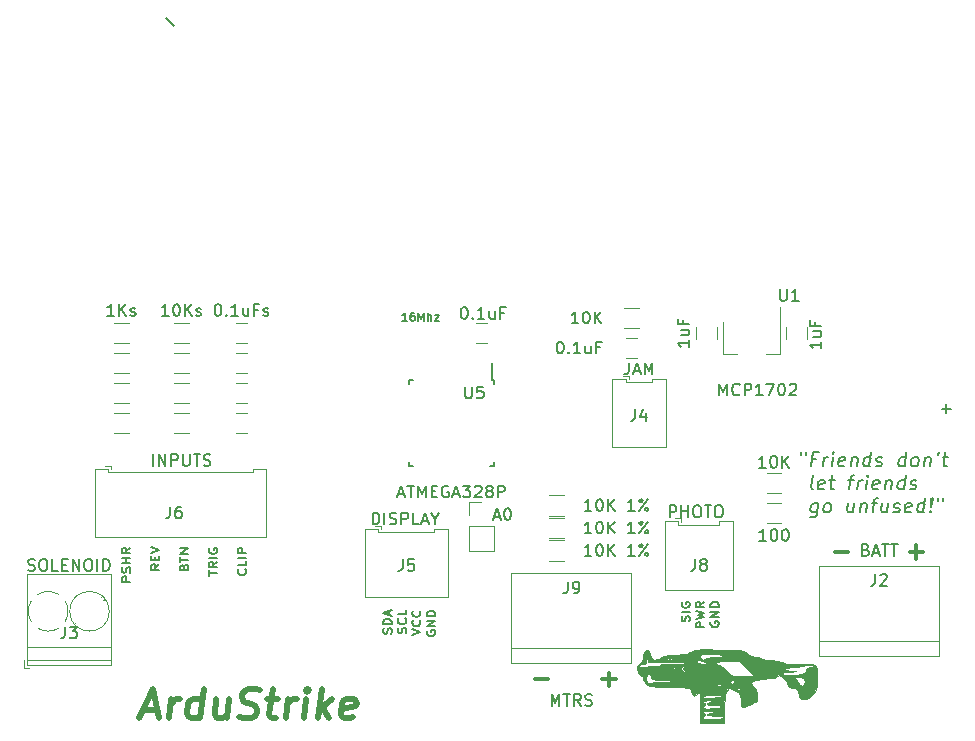
<source format=gto>
G04 #@! TF.FileFunction,Legend,Top*
%FSLAX46Y46*%
G04 Gerber Fmt 4.6, Leading zero omitted, Abs format (unit mm)*
G04 Created by KiCad (PCBNEW 4.0.7) date 08/24/19 10:44:38*
%MOMM*%
%LPD*%
G01*
G04 APERTURE LIST*
%ADD10C,0.100000*%
%ADD11C,0.150000*%
%ADD12C,0.300000*%
%ADD13C,0.175000*%
%ADD14C,0.200000*%
%ADD15C,0.500000*%
%ADD16C,0.120000*%
%ADD17C,0.010000*%
G04 APERTURE END LIST*
D10*
D11*
X197743714Y-100897857D02*
X197715142Y-101126429D01*
X198200857Y-100897857D02*
X198172285Y-101126429D01*
X199043714Y-101469286D02*
X198643714Y-101469286D01*
X198565143Y-102097857D02*
X198715143Y-100897857D01*
X199286572Y-100897857D01*
X199593714Y-102097857D02*
X199693714Y-101297857D01*
X199665142Y-101526429D02*
X199736571Y-101412143D01*
X199800857Y-101355000D01*
X199922286Y-101297857D01*
X200036571Y-101297857D01*
X200336571Y-102097857D02*
X200436571Y-101297857D01*
X200486571Y-100897857D02*
X200422285Y-100955000D01*
X200472285Y-101012143D01*
X200536571Y-100955000D01*
X200486571Y-100897857D01*
X200472285Y-101012143D01*
X201372286Y-102040714D02*
X201250857Y-102097857D01*
X201022286Y-102097857D01*
X200915143Y-102040714D01*
X200872285Y-101926429D01*
X200929428Y-101469286D01*
X201000857Y-101355000D01*
X201122286Y-101297857D01*
X201350857Y-101297857D01*
X201458000Y-101355000D01*
X201500857Y-101469286D01*
X201486572Y-101583571D01*
X200900857Y-101697857D01*
X202036571Y-101297857D02*
X201936571Y-102097857D01*
X202022285Y-101412143D02*
X202086571Y-101355000D01*
X202208000Y-101297857D01*
X202379428Y-101297857D01*
X202486571Y-101355000D01*
X202529428Y-101469286D01*
X202450857Y-102097857D01*
X203536571Y-102097857D02*
X203686571Y-100897857D01*
X203543714Y-102040714D02*
X203422285Y-102097857D01*
X203193714Y-102097857D01*
X203086571Y-102040714D01*
X203036571Y-101983571D01*
X202993713Y-101869286D01*
X203036570Y-101526429D01*
X203107999Y-101412143D01*
X203172285Y-101355000D01*
X203293714Y-101297857D01*
X203522285Y-101297857D01*
X203629428Y-101355000D01*
X204057999Y-102040714D02*
X204165142Y-102097857D01*
X204393714Y-102097857D01*
X204515142Y-102040714D01*
X204586570Y-101926429D01*
X204593713Y-101869286D01*
X204550856Y-101755000D01*
X204443714Y-101697857D01*
X204272285Y-101697857D01*
X204165142Y-101640714D01*
X204122284Y-101526429D01*
X204129427Y-101469286D01*
X204200856Y-101355000D01*
X204322285Y-101297857D01*
X204493714Y-101297857D01*
X204600856Y-101355000D01*
X206508000Y-102097857D02*
X206658000Y-100897857D01*
X206515143Y-102040714D02*
X206393714Y-102097857D01*
X206165143Y-102097857D01*
X206058000Y-102040714D01*
X206008000Y-101983571D01*
X205965142Y-101869286D01*
X206007999Y-101526429D01*
X206079428Y-101412143D01*
X206143714Y-101355000D01*
X206265143Y-101297857D01*
X206493714Y-101297857D01*
X206600857Y-101355000D01*
X207250857Y-102097857D02*
X207143714Y-102040714D01*
X207093714Y-101983571D01*
X207050856Y-101869286D01*
X207093713Y-101526429D01*
X207165142Y-101412143D01*
X207229428Y-101355000D01*
X207350857Y-101297857D01*
X207522285Y-101297857D01*
X207629428Y-101355000D01*
X207679428Y-101412143D01*
X207722285Y-101526429D01*
X207679428Y-101869286D01*
X207608000Y-101983571D01*
X207543714Y-102040714D01*
X207422285Y-102097857D01*
X207250857Y-102097857D01*
X208265142Y-101297857D02*
X208165142Y-102097857D01*
X208250856Y-101412143D02*
X208315142Y-101355000D01*
X208436571Y-101297857D01*
X208607999Y-101297857D01*
X208715142Y-101355000D01*
X208757999Y-101469286D01*
X208679428Y-102097857D01*
X209457999Y-100897857D02*
X209315141Y-101126429D01*
X209750857Y-101297857D02*
X210208000Y-101297857D01*
X209972285Y-100897857D02*
X209843713Y-101926429D01*
X209886571Y-102040714D01*
X209993714Y-102097857D01*
X210108000Y-102097857D01*
X198736572Y-104047857D02*
X198629429Y-103990714D01*
X198586571Y-103876429D01*
X198715143Y-102847857D01*
X199658000Y-103990714D02*
X199536571Y-104047857D01*
X199308000Y-104047857D01*
X199200857Y-103990714D01*
X199157999Y-103876429D01*
X199215142Y-103419286D01*
X199286571Y-103305000D01*
X199408000Y-103247857D01*
X199636571Y-103247857D01*
X199743714Y-103305000D01*
X199786571Y-103419286D01*
X199772286Y-103533571D01*
X199186571Y-103647857D01*
X200150857Y-103247857D02*
X200608000Y-103247857D01*
X200372285Y-102847857D02*
X200243713Y-103876429D01*
X200286571Y-103990714D01*
X200393714Y-104047857D01*
X200508000Y-104047857D01*
X201750857Y-103247857D02*
X202208000Y-103247857D01*
X201822285Y-104047857D02*
X201950856Y-103019286D01*
X202022285Y-102905000D01*
X202143714Y-102847857D01*
X202258000Y-102847857D01*
X202507999Y-104047857D02*
X202607999Y-103247857D01*
X202579427Y-103476429D02*
X202650856Y-103362143D01*
X202715142Y-103305000D01*
X202836571Y-103247857D01*
X202950856Y-103247857D01*
X203250856Y-104047857D02*
X203350856Y-103247857D01*
X203400856Y-102847857D02*
X203336570Y-102905000D01*
X203386570Y-102962143D01*
X203450856Y-102905000D01*
X203400856Y-102847857D01*
X203386570Y-102962143D01*
X204286571Y-103990714D02*
X204165142Y-104047857D01*
X203936571Y-104047857D01*
X203829428Y-103990714D01*
X203786570Y-103876429D01*
X203843713Y-103419286D01*
X203915142Y-103305000D01*
X204036571Y-103247857D01*
X204265142Y-103247857D01*
X204372285Y-103305000D01*
X204415142Y-103419286D01*
X204400857Y-103533571D01*
X203815142Y-103647857D01*
X204950856Y-103247857D02*
X204850856Y-104047857D01*
X204936570Y-103362143D02*
X205000856Y-103305000D01*
X205122285Y-103247857D01*
X205293713Y-103247857D01*
X205400856Y-103305000D01*
X205443713Y-103419286D01*
X205365142Y-104047857D01*
X206450856Y-104047857D02*
X206600856Y-102847857D01*
X206457999Y-103990714D02*
X206336570Y-104047857D01*
X206107999Y-104047857D01*
X206000856Y-103990714D01*
X205950856Y-103933571D01*
X205907998Y-103819286D01*
X205950855Y-103476429D01*
X206022284Y-103362143D01*
X206086570Y-103305000D01*
X206207999Y-103247857D01*
X206436570Y-103247857D01*
X206543713Y-103305000D01*
X206972284Y-103990714D02*
X207079427Y-104047857D01*
X207307999Y-104047857D01*
X207429427Y-103990714D01*
X207500855Y-103876429D01*
X207507998Y-103819286D01*
X207465141Y-103705000D01*
X207357999Y-103647857D01*
X207186570Y-103647857D01*
X207079427Y-103590714D01*
X207036569Y-103476429D01*
X207043712Y-103419286D01*
X207115141Y-103305000D01*
X207236570Y-103247857D01*
X207407999Y-103247857D01*
X207515141Y-103305000D01*
X199179429Y-105197857D02*
X199058000Y-106169286D01*
X198986572Y-106283571D01*
X198922286Y-106340714D01*
X198800858Y-106397857D01*
X198629429Y-106397857D01*
X198522286Y-106340714D01*
X199086572Y-105940714D02*
X198965143Y-105997857D01*
X198736572Y-105997857D01*
X198629429Y-105940714D01*
X198579429Y-105883571D01*
X198536571Y-105769286D01*
X198579428Y-105426429D01*
X198650857Y-105312143D01*
X198715143Y-105255000D01*
X198836572Y-105197857D01*
X199065143Y-105197857D01*
X199172286Y-105255000D01*
X199822286Y-105997857D02*
X199715143Y-105940714D01*
X199665143Y-105883571D01*
X199622285Y-105769286D01*
X199665142Y-105426429D01*
X199736571Y-105312143D01*
X199800857Y-105255000D01*
X199922286Y-105197857D01*
X200093714Y-105197857D01*
X200200857Y-105255000D01*
X200250857Y-105312143D01*
X200293714Y-105426429D01*
X200250857Y-105769286D01*
X200179429Y-105883571D01*
X200115143Y-105940714D01*
X199993714Y-105997857D01*
X199822286Y-105997857D01*
X202265143Y-105197857D02*
X202165143Y-105997857D01*
X201750857Y-105197857D02*
X201672285Y-105826429D01*
X201715143Y-105940714D01*
X201822286Y-105997857D01*
X201993714Y-105997857D01*
X202115143Y-105940714D01*
X202179429Y-105883571D01*
X202836571Y-105197857D02*
X202736571Y-105997857D01*
X202822285Y-105312143D02*
X202886571Y-105255000D01*
X203008000Y-105197857D01*
X203179428Y-105197857D01*
X203286571Y-105255000D01*
X203329428Y-105369286D01*
X203250857Y-105997857D01*
X203750857Y-105197857D02*
X204208000Y-105197857D01*
X203822285Y-105997857D02*
X203950856Y-104969286D01*
X204022285Y-104855000D01*
X204143714Y-104797857D01*
X204258000Y-104797857D01*
X205122285Y-105197857D02*
X205022285Y-105997857D01*
X204607999Y-105197857D02*
X204529427Y-105826429D01*
X204572285Y-105940714D01*
X204679428Y-105997857D01*
X204850856Y-105997857D01*
X204972285Y-105940714D01*
X205036571Y-105883571D01*
X205543713Y-105940714D02*
X205650856Y-105997857D01*
X205879428Y-105997857D01*
X206000856Y-105940714D01*
X206072284Y-105826429D01*
X206079427Y-105769286D01*
X206036570Y-105655000D01*
X205929428Y-105597857D01*
X205757999Y-105597857D01*
X205650856Y-105540714D01*
X205607998Y-105426429D01*
X205615141Y-105369286D01*
X205686570Y-105255000D01*
X205807999Y-105197857D01*
X205979428Y-105197857D01*
X206086570Y-105255000D01*
X207029428Y-105940714D02*
X206907999Y-105997857D01*
X206679428Y-105997857D01*
X206572285Y-105940714D01*
X206529427Y-105826429D01*
X206586570Y-105369286D01*
X206657999Y-105255000D01*
X206779428Y-105197857D01*
X207007999Y-105197857D01*
X207115142Y-105255000D01*
X207157999Y-105369286D01*
X207143714Y-105483571D01*
X206557999Y-105597857D01*
X208107999Y-105997857D02*
X208257999Y-104797857D01*
X208115142Y-105940714D02*
X207993713Y-105997857D01*
X207765142Y-105997857D01*
X207657999Y-105940714D01*
X207607999Y-105883571D01*
X207565141Y-105769286D01*
X207607998Y-105426429D01*
X207679427Y-105312143D01*
X207743713Y-105255000D01*
X207865142Y-105197857D01*
X208093713Y-105197857D01*
X208200856Y-105255000D01*
X208693713Y-105883571D02*
X208743713Y-105940714D01*
X208679427Y-105997857D01*
X208629427Y-105940714D01*
X208693713Y-105883571D01*
X208679427Y-105997857D01*
X208736570Y-105540714D02*
X208765141Y-104855000D01*
X208829427Y-104797857D01*
X208879427Y-104855000D01*
X208736570Y-105540714D01*
X208829427Y-104797857D01*
X209343713Y-104797857D02*
X209315141Y-105026429D01*
X209800856Y-104797857D02*
X209772284Y-105026429D01*
D12*
X175196572Y-120122143D02*
X176339429Y-120122143D01*
X180911572Y-120122143D02*
X182054429Y-120122143D01*
X181483000Y-120693571D02*
X181483000Y-119550714D01*
X200596572Y-109327143D02*
X201739429Y-109327143D01*
X206946572Y-109327143D02*
X208089429Y-109327143D01*
X207518000Y-109898571D02*
X207518000Y-108755714D01*
D13*
X188288333Y-115201476D02*
X188321667Y-115087190D01*
X188321667Y-114896714D01*
X188288333Y-114820524D01*
X188255000Y-114782428D01*
X188188333Y-114744333D01*
X188121667Y-114744333D01*
X188055000Y-114782428D01*
X188021667Y-114820524D01*
X187988333Y-114896714D01*
X187955000Y-115049095D01*
X187921667Y-115125286D01*
X187888333Y-115163381D01*
X187821667Y-115201476D01*
X187755000Y-115201476D01*
X187688333Y-115163381D01*
X187655000Y-115125286D01*
X187621667Y-115049095D01*
X187621667Y-114858619D01*
X187655000Y-114744333D01*
X188321667Y-114401476D02*
X187621667Y-114401476D01*
X187655000Y-113601476D02*
X187621667Y-113677667D01*
X187621667Y-113791952D01*
X187655000Y-113906238D01*
X187721667Y-113982429D01*
X187788333Y-114020524D01*
X187921667Y-114058619D01*
X188021667Y-114058619D01*
X188155000Y-114020524D01*
X188221667Y-113982429D01*
X188288333Y-113906238D01*
X188321667Y-113791952D01*
X188321667Y-113715762D01*
X188288333Y-113601476D01*
X188255000Y-113563381D01*
X188021667Y-113563381D01*
X188021667Y-113715762D01*
X189546667Y-115734810D02*
X188846667Y-115734810D01*
X188846667Y-115430048D01*
X188880000Y-115353857D01*
X188913333Y-115315762D01*
X188980000Y-115277667D01*
X189080000Y-115277667D01*
X189146667Y-115315762D01*
X189180000Y-115353857D01*
X189213333Y-115430048D01*
X189213333Y-115734810D01*
X188846667Y-115011000D02*
X189546667Y-114820524D01*
X189046667Y-114668143D01*
X189546667Y-114515762D01*
X188846667Y-114325286D01*
X189546667Y-113563381D02*
X189213333Y-113830048D01*
X189546667Y-114020524D02*
X188846667Y-114020524D01*
X188846667Y-113715762D01*
X188880000Y-113639571D01*
X188913333Y-113601476D01*
X188980000Y-113563381D01*
X189080000Y-113563381D01*
X189146667Y-113601476D01*
X189180000Y-113639571D01*
X189213333Y-113715762D01*
X189213333Y-114020524D01*
X190105000Y-115239571D02*
X190071667Y-115315762D01*
X190071667Y-115430047D01*
X190105000Y-115544333D01*
X190171667Y-115620524D01*
X190238333Y-115658619D01*
X190371667Y-115696714D01*
X190471667Y-115696714D01*
X190605000Y-115658619D01*
X190671667Y-115620524D01*
X190738333Y-115544333D01*
X190771667Y-115430047D01*
X190771667Y-115353857D01*
X190738333Y-115239571D01*
X190705000Y-115201476D01*
X190471667Y-115201476D01*
X190471667Y-115353857D01*
X190771667Y-114858619D02*
X190071667Y-114858619D01*
X190771667Y-114401476D01*
X190071667Y-114401476D01*
X190771667Y-114020524D02*
X190071667Y-114020524D01*
X190071667Y-113830048D01*
X190105000Y-113715762D01*
X190171667Y-113639571D01*
X190238333Y-113601476D01*
X190371667Y-113563381D01*
X190471667Y-113563381D01*
X190605000Y-113601476D01*
X190671667Y-113639571D01*
X190738333Y-113715762D01*
X190771667Y-113830048D01*
X190771667Y-114020524D01*
X163037833Y-116268238D02*
X163071167Y-116153952D01*
X163071167Y-115963476D01*
X163037833Y-115887286D01*
X163004500Y-115849190D01*
X162937833Y-115811095D01*
X162871167Y-115811095D01*
X162804500Y-115849190D01*
X162771167Y-115887286D01*
X162737833Y-115963476D01*
X162704500Y-116115857D01*
X162671167Y-116192048D01*
X162637833Y-116230143D01*
X162571167Y-116268238D01*
X162504500Y-116268238D01*
X162437833Y-116230143D01*
X162404500Y-116192048D01*
X162371167Y-116115857D01*
X162371167Y-115925381D01*
X162404500Y-115811095D01*
X163071167Y-115468238D02*
X162371167Y-115468238D01*
X162371167Y-115277762D01*
X162404500Y-115163476D01*
X162471167Y-115087285D01*
X162537833Y-115049190D01*
X162671167Y-115011095D01*
X162771167Y-115011095D01*
X162904500Y-115049190D01*
X162971167Y-115087285D01*
X163037833Y-115163476D01*
X163071167Y-115277762D01*
X163071167Y-115468238D01*
X162871167Y-114706333D02*
X162871167Y-114325381D01*
X163071167Y-114782524D02*
X162371167Y-114515857D01*
X163071167Y-114249190D01*
X164262833Y-116230143D02*
X164296167Y-116115857D01*
X164296167Y-115925381D01*
X164262833Y-115849191D01*
X164229500Y-115811095D01*
X164162833Y-115773000D01*
X164096167Y-115773000D01*
X164029500Y-115811095D01*
X163996167Y-115849191D01*
X163962833Y-115925381D01*
X163929500Y-116077762D01*
X163896167Y-116153953D01*
X163862833Y-116192048D01*
X163796167Y-116230143D01*
X163729500Y-116230143D01*
X163662833Y-116192048D01*
X163629500Y-116153953D01*
X163596167Y-116077762D01*
X163596167Y-115887286D01*
X163629500Y-115773000D01*
X164229500Y-114973000D02*
X164262833Y-115011095D01*
X164296167Y-115125381D01*
X164296167Y-115201571D01*
X164262833Y-115315857D01*
X164196167Y-115392048D01*
X164129500Y-115430143D01*
X163996167Y-115468238D01*
X163896167Y-115468238D01*
X163762833Y-115430143D01*
X163696167Y-115392048D01*
X163629500Y-115315857D01*
X163596167Y-115201571D01*
X163596167Y-115125381D01*
X163629500Y-115011095D01*
X163662833Y-114973000D01*
X164296167Y-114249190D02*
X164296167Y-114630143D01*
X163596167Y-114630143D01*
X164821167Y-116382524D02*
X165521167Y-116115857D01*
X164821167Y-115849190D01*
X165454500Y-115125381D02*
X165487833Y-115163476D01*
X165521167Y-115277762D01*
X165521167Y-115353952D01*
X165487833Y-115468238D01*
X165421167Y-115544429D01*
X165354500Y-115582524D01*
X165221167Y-115620619D01*
X165121167Y-115620619D01*
X164987833Y-115582524D01*
X164921167Y-115544429D01*
X164854500Y-115468238D01*
X164821167Y-115353952D01*
X164821167Y-115277762D01*
X164854500Y-115163476D01*
X164887833Y-115125381D01*
X165454500Y-114325381D02*
X165487833Y-114363476D01*
X165521167Y-114477762D01*
X165521167Y-114553952D01*
X165487833Y-114668238D01*
X165421167Y-114744429D01*
X165354500Y-114782524D01*
X165221167Y-114820619D01*
X165121167Y-114820619D01*
X164987833Y-114782524D01*
X164921167Y-114744429D01*
X164854500Y-114668238D01*
X164821167Y-114553952D01*
X164821167Y-114477762D01*
X164854500Y-114363476D01*
X164887833Y-114325381D01*
X166079500Y-116001571D02*
X166046167Y-116077762D01*
X166046167Y-116192047D01*
X166079500Y-116306333D01*
X166146167Y-116382524D01*
X166212833Y-116420619D01*
X166346167Y-116458714D01*
X166446167Y-116458714D01*
X166579500Y-116420619D01*
X166646167Y-116382524D01*
X166712833Y-116306333D01*
X166746167Y-116192047D01*
X166746167Y-116115857D01*
X166712833Y-116001571D01*
X166679500Y-115963476D01*
X166446167Y-115963476D01*
X166446167Y-116115857D01*
X166746167Y-115620619D02*
X166046167Y-115620619D01*
X166746167Y-115163476D01*
X166046167Y-115163476D01*
X166746167Y-114782524D02*
X166046167Y-114782524D01*
X166046167Y-114592048D01*
X166079500Y-114477762D01*
X166146167Y-114401571D01*
X166212833Y-114363476D01*
X166346167Y-114325381D01*
X166446167Y-114325381D01*
X166579500Y-114363476D01*
X166646167Y-114401571D01*
X166712833Y-114477762D01*
X166746167Y-114592048D01*
X166746167Y-114782524D01*
X140958667Y-111848524D02*
X140258667Y-111848524D01*
X140258667Y-111543762D01*
X140292000Y-111467571D01*
X140325333Y-111429476D01*
X140392000Y-111391381D01*
X140492000Y-111391381D01*
X140558667Y-111429476D01*
X140592000Y-111467571D01*
X140625333Y-111543762D01*
X140625333Y-111848524D01*
X140925333Y-111086619D02*
X140958667Y-110972333D01*
X140958667Y-110781857D01*
X140925333Y-110705667D01*
X140892000Y-110667571D01*
X140825333Y-110629476D01*
X140758667Y-110629476D01*
X140692000Y-110667571D01*
X140658667Y-110705667D01*
X140625333Y-110781857D01*
X140592000Y-110934238D01*
X140558667Y-111010429D01*
X140525333Y-111048524D01*
X140458667Y-111086619D01*
X140392000Y-111086619D01*
X140325333Y-111048524D01*
X140292000Y-111010429D01*
X140258667Y-110934238D01*
X140258667Y-110743762D01*
X140292000Y-110629476D01*
X140958667Y-110286619D02*
X140258667Y-110286619D01*
X140592000Y-110286619D02*
X140592000Y-109829476D01*
X140958667Y-109829476D02*
X140258667Y-109829476D01*
X140958667Y-108991381D02*
X140625333Y-109258048D01*
X140958667Y-109448524D02*
X140258667Y-109448524D01*
X140258667Y-109143762D01*
X140292000Y-109067571D01*
X140325333Y-109029476D01*
X140392000Y-108991381D01*
X140492000Y-108991381D01*
X140558667Y-109029476D01*
X140592000Y-109067571D01*
X140625333Y-109143762D01*
X140625333Y-109448524D01*
X143408667Y-110400905D02*
X143075333Y-110667572D01*
X143408667Y-110858048D02*
X142708667Y-110858048D01*
X142708667Y-110553286D01*
X142742000Y-110477095D01*
X142775333Y-110439000D01*
X142842000Y-110400905D01*
X142942000Y-110400905D01*
X143008667Y-110439000D01*
X143042000Y-110477095D01*
X143075333Y-110553286D01*
X143075333Y-110858048D01*
X143042000Y-110058048D02*
X143042000Y-109791381D01*
X143408667Y-109677095D02*
X143408667Y-110058048D01*
X142708667Y-110058048D01*
X142708667Y-109677095D01*
X142708667Y-109448524D02*
X143408667Y-109181857D01*
X142708667Y-108915190D01*
X145492000Y-110629476D02*
X145525333Y-110515190D01*
X145558667Y-110477095D01*
X145625333Y-110439000D01*
X145725333Y-110439000D01*
X145792000Y-110477095D01*
X145825333Y-110515190D01*
X145858667Y-110591381D01*
X145858667Y-110896143D01*
X145158667Y-110896143D01*
X145158667Y-110629476D01*
X145192000Y-110553286D01*
X145225333Y-110515190D01*
X145292000Y-110477095D01*
X145358667Y-110477095D01*
X145425333Y-110515190D01*
X145458667Y-110553286D01*
X145492000Y-110629476D01*
X145492000Y-110896143D01*
X145158667Y-110210429D02*
X145158667Y-109753286D01*
X145858667Y-109981857D02*
X145158667Y-109981857D01*
X145858667Y-109486619D02*
X145158667Y-109486619D01*
X145858667Y-109029476D01*
X145158667Y-109029476D01*
X147608667Y-111353286D02*
X147608667Y-110896143D01*
X148308667Y-111124714D02*
X147608667Y-111124714D01*
X148308667Y-110172333D02*
X147975333Y-110439000D01*
X148308667Y-110629476D02*
X147608667Y-110629476D01*
X147608667Y-110324714D01*
X147642000Y-110248523D01*
X147675333Y-110210428D01*
X147742000Y-110172333D01*
X147842000Y-110172333D01*
X147908667Y-110210428D01*
X147942000Y-110248523D01*
X147975333Y-110324714D01*
X147975333Y-110629476D01*
X148308667Y-109829476D02*
X147608667Y-109829476D01*
X147642000Y-109029476D02*
X147608667Y-109105667D01*
X147608667Y-109219952D01*
X147642000Y-109334238D01*
X147708667Y-109410429D01*
X147775333Y-109448524D01*
X147908667Y-109486619D01*
X148008667Y-109486619D01*
X148142000Y-109448524D01*
X148208667Y-109410429D01*
X148275333Y-109334238D01*
X148308667Y-109219952D01*
X148308667Y-109143762D01*
X148275333Y-109029476D01*
X148242000Y-108991381D01*
X148008667Y-108991381D01*
X148008667Y-109143762D01*
X150692000Y-110819952D02*
X150725333Y-110858047D01*
X150758667Y-110972333D01*
X150758667Y-111048523D01*
X150725333Y-111162809D01*
X150658667Y-111239000D01*
X150592000Y-111277095D01*
X150458667Y-111315190D01*
X150358667Y-111315190D01*
X150225333Y-111277095D01*
X150158667Y-111239000D01*
X150092000Y-111162809D01*
X150058667Y-111048523D01*
X150058667Y-110972333D01*
X150092000Y-110858047D01*
X150125333Y-110819952D01*
X150758667Y-110096142D02*
X150758667Y-110477095D01*
X150058667Y-110477095D01*
X150758667Y-109829476D02*
X150058667Y-109829476D01*
X150758667Y-109448524D02*
X150058667Y-109448524D01*
X150058667Y-109143762D01*
X150092000Y-109067571D01*
X150125333Y-109029476D01*
X150192000Y-108991381D01*
X150292000Y-108991381D01*
X150358667Y-109029476D01*
X150392000Y-109067571D01*
X150425333Y-109143762D01*
X150425333Y-109448524D01*
D11*
X144018000Y-64135000D02*
X144653000Y-64770000D01*
D14*
X209677048Y-97226429D02*
X210438953Y-97226429D01*
X210058001Y-97607381D02*
X210058001Y-96845476D01*
D15*
X142058357Y-122717667D02*
X143248834Y-122717667D01*
X141730976Y-123431952D02*
X142876810Y-120931952D01*
X143397643Y-123431952D01*
X144230976Y-123431952D02*
X144439309Y-121765286D01*
X144379786Y-122241476D02*
X144528595Y-122003381D01*
X144662523Y-121884333D01*
X144915500Y-121765286D01*
X145153595Y-121765286D01*
X146850024Y-123431952D02*
X147162524Y-120931952D01*
X146864905Y-123312905D02*
X146611928Y-123431952D01*
X146135738Y-123431952D01*
X145912524Y-123312905D01*
X145808357Y-123193857D01*
X145719071Y-122955762D01*
X145808357Y-122241476D01*
X145957166Y-122003381D01*
X146091095Y-121884333D01*
X146344071Y-121765286D01*
X146820261Y-121765286D01*
X147043476Y-121884333D01*
X149320262Y-121765286D02*
X149111929Y-123431952D01*
X148248833Y-121765286D02*
X148085143Y-123074810D01*
X148174429Y-123312905D01*
X148397643Y-123431952D01*
X148754786Y-123431952D01*
X149007762Y-123312905D01*
X149141691Y-123193857D01*
X150198238Y-123312905D02*
X150540500Y-123431952D01*
X151135738Y-123431952D01*
X151388715Y-123312905D01*
X151522643Y-123193857D01*
X151671453Y-122955762D01*
X151701215Y-122717667D01*
X151611929Y-122479571D01*
X151507763Y-122360524D01*
X151284548Y-122241476D01*
X150823238Y-122122429D01*
X150600024Y-122003381D01*
X150495857Y-121884333D01*
X150406571Y-121646238D01*
X150436333Y-121408143D01*
X150585143Y-121170048D01*
X150719072Y-121051000D01*
X150972048Y-120931952D01*
X151567286Y-120931952D01*
X151909548Y-121051000D01*
X152534547Y-121765286D02*
X153486928Y-121765286D01*
X152995857Y-120931952D02*
X152728000Y-123074810D01*
X152817286Y-123312905D01*
X153040500Y-123431952D01*
X153278595Y-123431952D01*
X154111928Y-123431952D02*
X154320261Y-121765286D01*
X154260738Y-122241476D02*
X154409547Y-122003381D01*
X154543475Y-121884333D01*
X154796452Y-121765286D01*
X155034547Y-121765286D01*
X155659547Y-123431952D02*
X155867880Y-121765286D01*
X155972047Y-120931952D02*
X155838118Y-121051000D01*
X155942285Y-121170048D01*
X156076214Y-121051000D01*
X155972047Y-120931952D01*
X155942285Y-121170048D01*
X156850023Y-123431952D02*
X157162523Y-120931952D01*
X157207166Y-122479571D02*
X157802404Y-123431952D01*
X158010737Y-121765286D02*
X156939309Y-122717667D01*
X159841095Y-123312905D02*
X159588119Y-123431952D01*
X159111928Y-123431952D01*
X158888714Y-123312905D01*
X158799428Y-123074810D01*
X158918475Y-122122429D01*
X159067285Y-121884333D01*
X159320261Y-121765286D01*
X159796452Y-121765286D01*
X160019666Y-121884333D01*
X160108952Y-122122429D01*
X160079191Y-122360524D01*
X158858952Y-122598619D01*
D16*
X139323000Y-102355000D02*
X139323000Y-102055000D01*
X139323000Y-102055000D02*
X138823000Y-102055000D01*
X145198000Y-102605000D02*
X139073000Y-102605000D01*
X139073000Y-102605000D02*
X139073000Y-102305000D01*
X139073000Y-102305000D02*
X137923000Y-102305000D01*
X137923000Y-102305000D02*
X137923000Y-108105000D01*
X137923000Y-108105000D02*
X145198000Y-108105000D01*
X145198000Y-102605000D02*
X151323000Y-102605000D01*
X151323000Y-102605000D02*
X151323000Y-102305000D01*
X151323000Y-102305000D02*
X152473000Y-102305000D01*
X152473000Y-102305000D02*
X152473000Y-108105000D01*
X152473000Y-108105000D02*
X145198000Y-108105000D01*
X183138000Y-94735000D02*
X183138000Y-94435000D01*
X183138000Y-94435000D02*
X182638000Y-94435000D01*
X184013000Y-94985000D02*
X182888000Y-94985000D01*
X182888000Y-94985000D02*
X182888000Y-94685000D01*
X182888000Y-94685000D02*
X181738000Y-94685000D01*
X181738000Y-94685000D02*
X181738000Y-100485000D01*
X181738000Y-100485000D02*
X184013000Y-100485000D01*
X184013000Y-94985000D02*
X185138000Y-94985000D01*
X185138000Y-94985000D02*
X185138000Y-94685000D01*
X185138000Y-94685000D02*
X186288000Y-94685000D01*
X186288000Y-94685000D02*
X186288000Y-100485000D01*
X186288000Y-100485000D02*
X184013000Y-100485000D01*
X183388000Y-117475000D02*
X173228000Y-117475000D01*
X183388000Y-118745000D02*
X183388000Y-111125000D01*
X183388000Y-111125000D02*
X173228000Y-111125000D01*
X173228000Y-111125000D02*
X173228000Y-118745000D01*
X173228000Y-118745000D02*
X183388000Y-118745000D01*
D17*
G36*
X190604794Y-117605769D02*
X190796582Y-117609793D01*
X191579891Y-117628649D01*
X192149870Y-117650238D01*
X192548446Y-117680345D01*
X192817548Y-117724755D01*
X192999103Y-117789255D01*
X193135039Y-117879629D01*
X193205225Y-117942155D01*
X193524033Y-118146981D01*
X193846090Y-118229341D01*
X194120811Y-118266486D01*
X194248566Y-118338122D01*
X194400317Y-118401646D01*
X194736571Y-118466668D01*
X195186989Y-118519853D01*
X195224379Y-118523074D01*
X195702614Y-118581625D01*
X196093228Y-118662837D01*
X196313827Y-118749448D01*
X196317074Y-118752046D01*
X196538610Y-118831218D01*
X196963369Y-118857611D01*
X197614456Y-118832720D01*
X198251358Y-118801301D01*
X198675910Y-118828336D01*
X198929942Y-118948623D01*
X199055281Y-119196965D01*
X199093757Y-119608160D01*
X199090448Y-120060705D01*
X199071670Y-120581243D01*
X199026798Y-120922318D01*
X198934910Y-121159689D01*
X198775087Y-121369118D01*
X198709924Y-121438701D01*
X198379912Y-121686310D01*
X198040861Y-121793298D01*
X197757013Y-121758070D01*
X197592614Y-121579034D01*
X197574692Y-121466856D01*
X197484432Y-121122303D01*
X197269707Y-120883475D01*
X196997651Y-120821821D01*
X196973641Y-120827143D01*
X196739964Y-120791967D01*
X196665965Y-120676469D01*
X196570540Y-120463010D01*
X196876804Y-120463010D01*
X196940623Y-120526829D01*
X197004442Y-120463010D01*
X196940623Y-120399191D01*
X196876804Y-120463010D01*
X196570540Y-120463010D01*
X196448278Y-120189520D01*
X196330707Y-120058822D01*
X196536435Y-120058822D01*
X196553956Y-120134703D01*
X196621527Y-120143914D01*
X196726588Y-120097213D01*
X196706619Y-120058822D01*
X196555143Y-120043546D01*
X196536435Y-120058822D01*
X196330707Y-120058822D01*
X196178243Y-119889337D01*
X196175982Y-119888638D01*
X197119089Y-119888638D01*
X197469260Y-120347736D01*
X197690867Y-120620023D01*
X197826530Y-120709722D01*
X197935397Y-120644283D01*
X197981363Y-120585381D01*
X198073914Y-120299002D01*
X198016111Y-120126282D01*
X197774507Y-119931513D01*
X197504008Y-119888638D01*
X197119089Y-119888638D01*
X196175982Y-119888638D01*
X195886531Y-119799187D01*
X195646644Y-119903242D01*
X195448515Y-119976108D01*
X195071775Y-120047065D01*
X194592806Y-120102207D01*
X194523168Y-120107781D01*
X193953546Y-120177442D01*
X193627111Y-120288158D01*
X193533643Y-120450131D01*
X193662925Y-120673563D01*
X193813487Y-120816309D01*
X193970343Y-121048508D01*
X194044973Y-121356379D01*
X194043458Y-121670553D01*
X193971878Y-121921665D01*
X193836315Y-122040347D01*
X193708939Y-122008938D01*
X193534902Y-122020843D01*
X193483490Y-122076126D01*
X193465264Y-122164500D01*
X193558211Y-122122306D01*
X193665270Y-122088837D01*
X193634218Y-122166404D01*
X193440519Y-122295056D01*
X193320929Y-122313763D01*
X193049048Y-122388586D01*
X192959954Y-122452523D01*
X192800894Y-122505712D01*
X192685745Y-122350577D01*
X192639262Y-122033354D01*
X192643657Y-121922538D01*
X193334229Y-121922538D01*
X193351688Y-121930849D01*
X193468169Y-121840994D01*
X193494392Y-121803211D01*
X193526917Y-121683883D01*
X193509457Y-121675572D01*
X193392977Y-121765427D01*
X193366753Y-121803211D01*
X193334229Y-121922538D01*
X192643657Y-121922538D01*
X192645899Y-121866041D01*
X192579908Y-121458815D01*
X192384831Y-121210853D01*
X192104686Y-121015040D01*
X191846800Y-120902211D01*
X192281829Y-120902211D01*
X192374483Y-121032187D01*
X192409467Y-121037382D01*
X192533787Y-120993833D01*
X192537105Y-120981095D01*
X192447665Y-120872122D01*
X192409467Y-120845924D01*
X192291851Y-120856044D01*
X192281829Y-120902211D01*
X191846800Y-120902211D01*
X191795932Y-120879956D01*
X191534197Y-120828067D01*
X191395109Y-120881837D01*
X191388362Y-120914844D01*
X191474103Y-120993306D01*
X191547909Y-120971630D01*
X191591966Y-120972759D01*
X191484090Y-121073897D01*
X191379394Y-121200404D01*
X191312605Y-121407076D01*
X191275995Y-121745030D01*
X191261835Y-122265377D01*
X191260723Y-122551201D01*
X191260723Y-123845422D01*
X189218512Y-123845422D01*
X189218512Y-122973143D01*
X189346150Y-122973143D01*
X189425155Y-123036613D01*
X189473789Y-123015773D01*
X189591593Y-123021608D01*
X189601427Y-123064527D01*
X189507633Y-123242674D01*
X189460162Y-123279472D01*
X189377651Y-123389623D01*
X189526885Y-123462738D01*
X189886364Y-123493921D01*
X190354342Y-123483080D01*
X190762121Y-123443098D01*
X191044030Y-123382320D01*
X191133085Y-123323532D01*
X191017665Y-123259838D01*
X190719932Y-123217594D01*
X190431075Y-123207231D01*
X189974405Y-123179417D01*
X189761987Y-123112641D01*
X189790939Y-123031897D01*
X190058378Y-122962183D01*
X190462985Y-122930497D01*
X191196904Y-122909040D01*
X190431075Y-122833370D01*
X189879185Y-122792926D01*
X189540138Y-122807373D01*
X189376457Y-122881540D01*
X189346150Y-122973143D01*
X189218512Y-122973143D01*
X189218512Y-122537130D01*
X189345863Y-122537130D01*
X189462307Y-122578730D01*
X189769077Y-122598356D01*
X190201869Y-122592168D01*
X190239330Y-122590475D01*
X190679812Y-122554268D01*
X190999014Y-122498816D01*
X191132375Y-122435645D01*
X191133085Y-122430928D01*
X191017666Y-122366761D01*
X190719936Y-122324204D01*
X190431075Y-122313763D01*
X189978790Y-122284775D01*
X189763258Y-122215653D01*
X189787573Y-122133168D01*
X190054831Y-122064086D01*
X190399166Y-122037682D01*
X191069266Y-122016878D01*
X190367256Y-121939863D01*
X189830157Y-121898029D01*
X189506736Y-121919537D01*
X189362206Y-122009150D01*
X189346150Y-122079676D01*
X189425155Y-122143145D01*
X189473789Y-122122306D01*
X189583060Y-122151242D01*
X189601427Y-122242412D01*
X189534787Y-122417048D01*
X189473789Y-122441402D01*
X189349416Y-122514933D01*
X189345863Y-122537130D01*
X189218512Y-122537130D01*
X189218512Y-122485438D01*
X189217034Y-121885339D01*
X189209537Y-121602992D01*
X189355434Y-121602992D01*
X189407460Y-121673128D01*
X189695583Y-121705721D01*
X190211258Y-121698313D01*
X190240365Y-121696968D01*
X190674991Y-121660865D01*
X190968142Y-121605827D01*
X191065090Y-121542470D01*
X191062768Y-121537420D01*
X190901959Y-121471015D01*
X190578154Y-121431804D01*
X190182424Y-121422173D01*
X189805840Y-121444504D01*
X189548047Y-121497771D01*
X189355434Y-121602992D01*
X189209537Y-121602992D01*
X189206885Y-121503145D01*
X189179494Y-121301486D01*
X189126292Y-121242990D01*
X189038707Y-121290286D01*
X188960220Y-121359206D01*
X188708103Y-121499812D01*
X188529632Y-121396750D01*
X188431454Y-121101402D01*
X188387744Y-120983482D01*
X188281610Y-120898463D01*
X188076896Y-120841150D01*
X187737449Y-120806350D01*
X187227113Y-120788866D01*
X186509734Y-120783505D01*
X186219015Y-120783513D01*
X185471618Y-120758822D01*
X185215042Y-120718286D01*
X189856703Y-120718286D01*
X189920522Y-120782105D01*
X189984341Y-120718286D01*
X190111980Y-120718286D01*
X190175799Y-120782105D01*
X190239618Y-120718286D01*
X190175799Y-120654467D01*
X190111980Y-120718286D01*
X189984341Y-120718286D01*
X189920522Y-120654467D01*
X189856703Y-120718286D01*
X185215042Y-120718286D01*
X184944851Y-120675599D01*
X184883610Y-120647795D01*
X190435199Y-120647795D01*
X190479050Y-120710875D01*
X190659805Y-120711352D01*
X190869783Y-120659727D01*
X190980171Y-120594651D01*
X190930716Y-120541448D01*
X190778976Y-120526829D01*
X190527893Y-120578032D01*
X190435199Y-120647795D01*
X184883610Y-120647795D01*
X184608543Y-120522914D01*
X184432525Y-120289840D01*
X184392947Y-120122045D01*
X184326984Y-119963943D01*
X184614813Y-119963943D01*
X184655735Y-120221529D01*
X184785105Y-120402296D01*
X184846904Y-120427493D01*
X185068954Y-120431472D01*
X185134090Y-120399633D01*
X185284426Y-120362222D01*
X185619135Y-120334800D01*
X186067350Y-120323040D01*
X186091377Y-120322965D01*
X186551033Y-120340139D01*
X186908318Y-120386945D01*
X187088159Y-120453390D01*
X187090290Y-120455913D01*
X187158061Y-120493646D01*
X187143835Y-120399191D01*
X187070416Y-120317381D01*
X191696384Y-120317381D01*
X191706900Y-120398289D01*
X191890534Y-120521502D01*
X191895772Y-120518518D01*
X192440761Y-120518518D01*
X192458221Y-120526829D01*
X192574701Y-120436974D01*
X192600924Y-120399191D01*
X192633449Y-120279863D01*
X192615990Y-120271552D01*
X192499509Y-120361407D01*
X192473286Y-120399191D01*
X192440761Y-120518518D01*
X191895772Y-120518518D01*
X192080568Y-120413263D01*
X192095620Y-120390699D01*
X192124437Y-120211811D01*
X192112633Y-120207733D01*
X192281829Y-120207733D01*
X192345648Y-120271552D01*
X192409467Y-120207733D01*
X192345648Y-120143914D01*
X192281829Y-120207733D01*
X192112633Y-120207733D01*
X191966894Y-120157385D01*
X191832510Y-120191064D01*
X191696384Y-120317381D01*
X187070416Y-120317381D01*
X187051471Y-120296272D01*
X186812885Y-120228214D01*
X186385562Y-120186139D01*
X186049194Y-120170662D01*
X185532555Y-120146424D01*
X185220761Y-120109663D01*
X185063384Y-120046492D01*
X185009996Y-119943021D01*
X185006452Y-119883476D01*
X184925376Y-119679423D01*
X184814995Y-119633361D01*
X184666510Y-119733300D01*
X184614813Y-119963943D01*
X184326984Y-119963943D01*
X184269476Y-119826109D01*
X184105761Y-119722127D01*
X183914990Y-119561631D01*
X183896493Y-119489788D01*
X185167255Y-119489788D01*
X185260756Y-119428613D01*
X185277567Y-119412122D01*
X185353535Y-119286022D01*
X187565112Y-119286022D01*
X187644308Y-119420631D01*
X187809003Y-119510195D01*
X187857711Y-119467778D01*
X188277101Y-119467778D01*
X188452683Y-119485570D01*
X188546295Y-119475207D01*
X188890957Y-119475207D01*
X189016418Y-119495647D01*
X189181967Y-119472179D01*
X189183944Y-119428608D01*
X189013114Y-119398139D01*
X188939304Y-119418532D01*
X188890957Y-119475207D01*
X188546295Y-119475207D01*
X188633882Y-119465511D01*
X188612231Y-119421191D01*
X188350911Y-119404333D01*
X188293135Y-119421191D01*
X188277101Y-119467778D01*
X187857711Y-119467778D01*
X187882050Y-119446583D01*
X187824793Y-119326678D01*
X187744116Y-119161446D01*
X187836970Y-119084863D01*
X188277101Y-119084863D01*
X188452683Y-119102655D01*
X188546290Y-119092293D01*
X188890957Y-119092293D01*
X189016418Y-119112732D01*
X189181967Y-119089265D01*
X189183944Y-119045694D01*
X189013114Y-119015224D01*
X188939304Y-119035617D01*
X188890957Y-119092293D01*
X188546290Y-119092293D01*
X188633882Y-119082597D01*
X188612231Y-119038276D01*
X188350911Y-119021418D01*
X188293135Y-119038276D01*
X188277101Y-119084863D01*
X187836970Y-119084863D01*
X187841074Y-119081479D01*
X187897391Y-119024173D01*
X187782583Y-119005247D01*
X187597737Y-119089073D01*
X187565112Y-119286022D01*
X185353535Y-119286022D01*
X185378386Y-119244773D01*
X185365467Y-119186628D01*
X186027558Y-119186628D01*
X186091377Y-119250447D01*
X186155196Y-119186628D01*
X186921025Y-119186628D01*
X186984844Y-119250447D01*
X187048663Y-119186628D01*
X186984844Y-119122809D01*
X186921025Y-119186628D01*
X186155196Y-119186628D01*
X186091377Y-119122809D01*
X186027558Y-119186628D01*
X185365467Y-119186628D01*
X185364716Y-119183250D01*
X185269770Y-119221554D01*
X185206116Y-119340671D01*
X185167255Y-119489788D01*
X183896493Y-119489788D01*
X183843127Y-119282518D01*
X183890111Y-118992031D01*
X183893402Y-118988167D01*
X183985346Y-118988167D01*
X184097948Y-119049933D01*
X184381435Y-119063500D01*
X184527809Y-119052908D01*
X184964645Y-119016881D01*
X185356771Y-118998687D01*
X185421276Y-118998119D01*
X185676010Y-118968223D01*
X185771995Y-118901469D01*
X185890235Y-118863906D01*
X186208800Y-118841758D01*
X186673067Y-118837500D01*
X187015311Y-118845103D01*
X187530535Y-118853756D01*
X187921838Y-118843884D01*
X188139940Y-118817735D01*
X188165105Y-118792684D01*
X187995014Y-118742981D01*
X187620423Y-118697821D01*
X187092103Y-118660383D01*
X186706316Y-118644165D01*
X188867114Y-118644165D01*
X189030307Y-118742806D01*
X189440056Y-118810725D01*
X189923835Y-118841441D01*
X190434067Y-118866634D01*
X190766953Y-118913551D01*
X191000355Y-119009649D01*
X191212138Y-119182385D01*
X191381430Y-119355422D01*
X191624254Y-119598377D01*
X191829917Y-119740157D01*
X192078701Y-119807663D01*
X192450888Y-119827800D01*
X192792382Y-119828247D01*
X193749668Y-119824819D01*
X193601298Y-119674927D01*
X196098082Y-119674927D01*
X196325638Y-119746054D01*
X196366251Y-119753336D01*
X196798980Y-119783822D01*
X197289688Y-119756922D01*
X197731003Y-119683620D01*
X197998305Y-119586379D01*
X198141350Y-119384376D01*
X198153186Y-119306733D01*
X198264374Y-119160851D01*
X198472281Y-119122809D01*
X198712059Y-119073580D01*
X198791377Y-118978857D01*
X198679001Y-118893315D01*
X198338048Y-118907986D01*
X198272724Y-118917842D01*
X197843146Y-118979057D01*
X197309735Y-119045217D01*
X196996342Y-119079976D01*
X196539643Y-119150071D01*
X196295433Y-119233033D01*
X196274197Y-119313293D01*
X196486421Y-119375287D01*
X196781075Y-119399541D01*
X197323537Y-119420998D01*
X196812985Y-119467827D01*
X196354141Y-119527898D01*
X196111711Y-119599570D01*
X196098082Y-119674927D01*
X193601298Y-119674927D01*
X192473286Y-118535345D01*
X191624216Y-118541891D01*
X191206997Y-118558123D01*
X190923315Y-118594466D01*
X190833419Y-118643123D01*
X190834010Y-118644165D01*
X190752552Y-118696182D01*
X190480819Y-118730949D01*
X190190864Y-118739894D01*
X189788933Y-118718404D01*
X189499816Y-118663094D01*
X189409970Y-118612256D01*
X189314337Y-118548437D01*
X190111980Y-118548437D01*
X190175799Y-118612256D01*
X190239618Y-118548437D01*
X190367256Y-118548437D01*
X190431075Y-118612256D01*
X190494894Y-118548437D01*
X190431075Y-118484618D01*
X190367256Y-118548437D01*
X190239618Y-118548437D01*
X190175799Y-118484618D01*
X190111980Y-118548437D01*
X189314337Y-118548437D01*
X189251305Y-118506374D01*
X189038433Y-118489652D01*
X188883009Y-118555528D01*
X188867114Y-118644165D01*
X186706316Y-118644165D01*
X186460827Y-118633845D01*
X185777367Y-118621385D01*
X185429391Y-118621445D01*
X184767405Y-118626007D01*
X184716928Y-118140488D01*
X184686368Y-117872579D01*
X184667902Y-117827833D01*
X184654258Y-118018462D01*
X184644994Y-118261251D01*
X184619452Y-118628522D01*
X184552106Y-118807216D01*
X184405512Y-118863995D01*
X184304442Y-118867532D01*
X184064533Y-118908843D01*
X183985346Y-118988167D01*
X183893402Y-118988167D01*
X184055883Y-118797413D01*
X184106288Y-118778628D01*
X184282624Y-118658835D01*
X184372980Y-118377721D01*
X184393473Y-118184296D01*
X184441845Y-117839198D01*
X184543356Y-117684604D01*
X184687357Y-117654969D01*
X184878686Y-117721739D01*
X184969353Y-117962295D01*
X184982629Y-118069794D01*
X185088854Y-118389378D01*
X185324385Y-118489031D01*
X185530892Y-118420799D01*
X186410472Y-118420799D01*
X186474291Y-118484618D01*
X186538110Y-118420799D01*
X186665748Y-118420799D01*
X186729568Y-118484618D01*
X186793387Y-118420799D01*
X187176301Y-118420799D01*
X187240120Y-118484618D01*
X187303939Y-118420799D01*
X187282666Y-118399526D01*
X187601762Y-118399526D01*
X187619283Y-118475406D01*
X187686854Y-118484618D01*
X187791915Y-118437917D01*
X187771946Y-118399526D01*
X187620469Y-118384250D01*
X187601762Y-118399526D01*
X187282666Y-118399526D01*
X187240120Y-118356980D01*
X187176301Y-118420799D01*
X186793387Y-118420799D01*
X186729568Y-118356980D01*
X186665748Y-118420799D01*
X186538110Y-118420799D01*
X186474291Y-118356980D01*
X186410472Y-118420799D01*
X185530892Y-118420799D01*
X185688746Y-118368643D01*
X185856218Y-118268242D01*
X186010037Y-118204574D01*
X189175770Y-118204574D01*
X189299619Y-118384809D01*
X189466366Y-118483643D01*
X189481884Y-118484618D01*
X189639052Y-118392616D01*
X189665246Y-118356980D01*
X189815921Y-118293160D01*
X193175296Y-118293160D01*
X193239115Y-118356980D01*
X193302934Y-118293160D01*
X193239115Y-118229341D01*
X193175296Y-118293160D01*
X189815921Y-118293160D01*
X189825778Y-118288985D01*
X190161821Y-118242685D01*
X190509960Y-118229341D01*
X190946810Y-118210360D01*
X191175176Y-118156738D01*
X191180106Y-118144249D01*
X192707290Y-118144249D01*
X192724810Y-118220130D01*
X192792382Y-118229341D01*
X192897442Y-118182641D01*
X192877474Y-118144249D01*
X192725997Y-118128973D01*
X192707290Y-118144249D01*
X191180106Y-118144249D01*
X191196904Y-118101703D01*
X191041779Y-118043343D01*
X190710968Y-118001756D01*
X190283614Y-117978655D01*
X189838864Y-117975749D01*
X189455862Y-117994749D01*
X189213753Y-118037365D01*
X189177074Y-118058050D01*
X189175770Y-118204574D01*
X186010037Y-118204574D01*
X186180435Y-118134044D01*
X186674741Y-118059760D01*
X187185520Y-118038547D01*
X187752565Y-118015522D01*
X188126610Y-117956759D01*
X188173597Y-117936120D01*
X192489161Y-117936120D01*
X192664743Y-117953912D01*
X192845942Y-117933853D01*
X192824291Y-117889533D01*
X192562972Y-117872674D01*
X192505196Y-117889533D01*
X192489161Y-117936120D01*
X188173597Y-117936120D01*
X188368815Y-117850371D01*
X188439076Y-117794922D01*
X188557132Y-117709262D01*
X188718124Y-117649514D01*
X188962718Y-117612485D01*
X189331582Y-117594980D01*
X189865385Y-117593806D01*
X190604794Y-117605769D01*
X190604794Y-117605769D01*
G37*
X190604794Y-117605769D02*
X190796582Y-117609793D01*
X191579891Y-117628649D01*
X192149870Y-117650238D01*
X192548446Y-117680345D01*
X192817548Y-117724755D01*
X192999103Y-117789255D01*
X193135039Y-117879629D01*
X193205225Y-117942155D01*
X193524033Y-118146981D01*
X193846090Y-118229341D01*
X194120811Y-118266486D01*
X194248566Y-118338122D01*
X194400317Y-118401646D01*
X194736571Y-118466668D01*
X195186989Y-118519853D01*
X195224379Y-118523074D01*
X195702614Y-118581625D01*
X196093228Y-118662837D01*
X196313827Y-118749448D01*
X196317074Y-118752046D01*
X196538610Y-118831218D01*
X196963369Y-118857611D01*
X197614456Y-118832720D01*
X198251358Y-118801301D01*
X198675910Y-118828336D01*
X198929942Y-118948623D01*
X199055281Y-119196965D01*
X199093757Y-119608160D01*
X199090448Y-120060705D01*
X199071670Y-120581243D01*
X199026798Y-120922318D01*
X198934910Y-121159689D01*
X198775087Y-121369118D01*
X198709924Y-121438701D01*
X198379912Y-121686310D01*
X198040861Y-121793298D01*
X197757013Y-121758070D01*
X197592614Y-121579034D01*
X197574692Y-121466856D01*
X197484432Y-121122303D01*
X197269707Y-120883475D01*
X196997651Y-120821821D01*
X196973641Y-120827143D01*
X196739964Y-120791967D01*
X196665965Y-120676469D01*
X196570540Y-120463010D01*
X196876804Y-120463010D01*
X196940623Y-120526829D01*
X197004442Y-120463010D01*
X196940623Y-120399191D01*
X196876804Y-120463010D01*
X196570540Y-120463010D01*
X196448278Y-120189520D01*
X196330707Y-120058822D01*
X196536435Y-120058822D01*
X196553956Y-120134703D01*
X196621527Y-120143914D01*
X196726588Y-120097213D01*
X196706619Y-120058822D01*
X196555143Y-120043546D01*
X196536435Y-120058822D01*
X196330707Y-120058822D01*
X196178243Y-119889337D01*
X196175982Y-119888638D01*
X197119089Y-119888638D01*
X197469260Y-120347736D01*
X197690867Y-120620023D01*
X197826530Y-120709722D01*
X197935397Y-120644283D01*
X197981363Y-120585381D01*
X198073914Y-120299002D01*
X198016111Y-120126282D01*
X197774507Y-119931513D01*
X197504008Y-119888638D01*
X197119089Y-119888638D01*
X196175982Y-119888638D01*
X195886531Y-119799187D01*
X195646644Y-119903242D01*
X195448515Y-119976108D01*
X195071775Y-120047065D01*
X194592806Y-120102207D01*
X194523168Y-120107781D01*
X193953546Y-120177442D01*
X193627111Y-120288158D01*
X193533643Y-120450131D01*
X193662925Y-120673563D01*
X193813487Y-120816309D01*
X193970343Y-121048508D01*
X194044973Y-121356379D01*
X194043458Y-121670553D01*
X193971878Y-121921665D01*
X193836315Y-122040347D01*
X193708939Y-122008938D01*
X193534902Y-122020843D01*
X193483490Y-122076126D01*
X193465264Y-122164500D01*
X193558211Y-122122306D01*
X193665270Y-122088837D01*
X193634218Y-122166404D01*
X193440519Y-122295056D01*
X193320929Y-122313763D01*
X193049048Y-122388586D01*
X192959954Y-122452523D01*
X192800894Y-122505712D01*
X192685745Y-122350577D01*
X192639262Y-122033354D01*
X192643657Y-121922538D01*
X193334229Y-121922538D01*
X193351688Y-121930849D01*
X193468169Y-121840994D01*
X193494392Y-121803211D01*
X193526917Y-121683883D01*
X193509457Y-121675572D01*
X193392977Y-121765427D01*
X193366753Y-121803211D01*
X193334229Y-121922538D01*
X192643657Y-121922538D01*
X192645899Y-121866041D01*
X192579908Y-121458815D01*
X192384831Y-121210853D01*
X192104686Y-121015040D01*
X191846800Y-120902211D01*
X192281829Y-120902211D01*
X192374483Y-121032187D01*
X192409467Y-121037382D01*
X192533787Y-120993833D01*
X192537105Y-120981095D01*
X192447665Y-120872122D01*
X192409467Y-120845924D01*
X192291851Y-120856044D01*
X192281829Y-120902211D01*
X191846800Y-120902211D01*
X191795932Y-120879956D01*
X191534197Y-120828067D01*
X191395109Y-120881837D01*
X191388362Y-120914844D01*
X191474103Y-120993306D01*
X191547909Y-120971630D01*
X191591966Y-120972759D01*
X191484090Y-121073897D01*
X191379394Y-121200404D01*
X191312605Y-121407076D01*
X191275995Y-121745030D01*
X191261835Y-122265377D01*
X191260723Y-122551201D01*
X191260723Y-123845422D01*
X189218512Y-123845422D01*
X189218512Y-122973143D01*
X189346150Y-122973143D01*
X189425155Y-123036613D01*
X189473789Y-123015773D01*
X189591593Y-123021608D01*
X189601427Y-123064527D01*
X189507633Y-123242674D01*
X189460162Y-123279472D01*
X189377651Y-123389623D01*
X189526885Y-123462738D01*
X189886364Y-123493921D01*
X190354342Y-123483080D01*
X190762121Y-123443098D01*
X191044030Y-123382320D01*
X191133085Y-123323532D01*
X191017665Y-123259838D01*
X190719932Y-123217594D01*
X190431075Y-123207231D01*
X189974405Y-123179417D01*
X189761987Y-123112641D01*
X189790939Y-123031897D01*
X190058378Y-122962183D01*
X190462985Y-122930497D01*
X191196904Y-122909040D01*
X190431075Y-122833370D01*
X189879185Y-122792926D01*
X189540138Y-122807373D01*
X189376457Y-122881540D01*
X189346150Y-122973143D01*
X189218512Y-122973143D01*
X189218512Y-122537130D01*
X189345863Y-122537130D01*
X189462307Y-122578730D01*
X189769077Y-122598356D01*
X190201869Y-122592168D01*
X190239330Y-122590475D01*
X190679812Y-122554268D01*
X190999014Y-122498816D01*
X191132375Y-122435645D01*
X191133085Y-122430928D01*
X191017666Y-122366761D01*
X190719936Y-122324204D01*
X190431075Y-122313763D01*
X189978790Y-122284775D01*
X189763258Y-122215653D01*
X189787573Y-122133168D01*
X190054831Y-122064086D01*
X190399166Y-122037682D01*
X191069266Y-122016878D01*
X190367256Y-121939863D01*
X189830157Y-121898029D01*
X189506736Y-121919537D01*
X189362206Y-122009150D01*
X189346150Y-122079676D01*
X189425155Y-122143145D01*
X189473789Y-122122306D01*
X189583060Y-122151242D01*
X189601427Y-122242412D01*
X189534787Y-122417048D01*
X189473789Y-122441402D01*
X189349416Y-122514933D01*
X189345863Y-122537130D01*
X189218512Y-122537130D01*
X189218512Y-122485438D01*
X189217034Y-121885339D01*
X189209537Y-121602992D01*
X189355434Y-121602992D01*
X189407460Y-121673128D01*
X189695583Y-121705721D01*
X190211258Y-121698313D01*
X190240365Y-121696968D01*
X190674991Y-121660865D01*
X190968142Y-121605827D01*
X191065090Y-121542470D01*
X191062768Y-121537420D01*
X190901959Y-121471015D01*
X190578154Y-121431804D01*
X190182424Y-121422173D01*
X189805840Y-121444504D01*
X189548047Y-121497771D01*
X189355434Y-121602992D01*
X189209537Y-121602992D01*
X189206885Y-121503145D01*
X189179494Y-121301486D01*
X189126292Y-121242990D01*
X189038707Y-121290286D01*
X188960220Y-121359206D01*
X188708103Y-121499812D01*
X188529632Y-121396750D01*
X188431454Y-121101402D01*
X188387744Y-120983482D01*
X188281610Y-120898463D01*
X188076896Y-120841150D01*
X187737449Y-120806350D01*
X187227113Y-120788866D01*
X186509734Y-120783505D01*
X186219015Y-120783513D01*
X185471618Y-120758822D01*
X185215042Y-120718286D01*
X189856703Y-120718286D01*
X189920522Y-120782105D01*
X189984341Y-120718286D01*
X190111980Y-120718286D01*
X190175799Y-120782105D01*
X190239618Y-120718286D01*
X190175799Y-120654467D01*
X190111980Y-120718286D01*
X189984341Y-120718286D01*
X189920522Y-120654467D01*
X189856703Y-120718286D01*
X185215042Y-120718286D01*
X184944851Y-120675599D01*
X184883610Y-120647795D01*
X190435199Y-120647795D01*
X190479050Y-120710875D01*
X190659805Y-120711352D01*
X190869783Y-120659727D01*
X190980171Y-120594651D01*
X190930716Y-120541448D01*
X190778976Y-120526829D01*
X190527893Y-120578032D01*
X190435199Y-120647795D01*
X184883610Y-120647795D01*
X184608543Y-120522914D01*
X184432525Y-120289840D01*
X184392947Y-120122045D01*
X184326984Y-119963943D01*
X184614813Y-119963943D01*
X184655735Y-120221529D01*
X184785105Y-120402296D01*
X184846904Y-120427493D01*
X185068954Y-120431472D01*
X185134090Y-120399633D01*
X185284426Y-120362222D01*
X185619135Y-120334800D01*
X186067350Y-120323040D01*
X186091377Y-120322965D01*
X186551033Y-120340139D01*
X186908318Y-120386945D01*
X187088159Y-120453390D01*
X187090290Y-120455913D01*
X187158061Y-120493646D01*
X187143835Y-120399191D01*
X187070416Y-120317381D01*
X191696384Y-120317381D01*
X191706900Y-120398289D01*
X191890534Y-120521502D01*
X191895772Y-120518518D01*
X192440761Y-120518518D01*
X192458221Y-120526829D01*
X192574701Y-120436974D01*
X192600924Y-120399191D01*
X192633449Y-120279863D01*
X192615990Y-120271552D01*
X192499509Y-120361407D01*
X192473286Y-120399191D01*
X192440761Y-120518518D01*
X191895772Y-120518518D01*
X192080568Y-120413263D01*
X192095620Y-120390699D01*
X192124437Y-120211811D01*
X192112633Y-120207733D01*
X192281829Y-120207733D01*
X192345648Y-120271552D01*
X192409467Y-120207733D01*
X192345648Y-120143914D01*
X192281829Y-120207733D01*
X192112633Y-120207733D01*
X191966894Y-120157385D01*
X191832510Y-120191064D01*
X191696384Y-120317381D01*
X187070416Y-120317381D01*
X187051471Y-120296272D01*
X186812885Y-120228214D01*
X186385562Y-120186139D01*
X186049194Y-120170662D01*
X185532555Y-120146424D01*
X185220761Y-120109663D01*
X185063384Y-120046492D01*
X185009996Y-119943021D01*
X185006452Y-119883476D01*
X184925376Y-119679423D01*
X184814995Y-119633361D01*
X184666510Y-119733300D01*
X184614813Y-119963943D01*
X184326984Y-119963943D01*
X184269476Y-119826109D01*
X184105761Y-119722127D01*
X183914990Y-119561631D01*
X183896493Y-119489788D01*
X185167255Y-119489788D01*
X185260756Y-119428613D01*
X185277567Y-119412122D01*
X185353535Y-119286022D01*
X187565112Y-119286022D01*
X187644308Y-119420631D01*
X187809003Y-119510195D01*
X187857711Y-119467778D01*
X188277101Y-119467778D01*
X188452683Y-119485570D01*
X188546295Y-119475207D01*
X188890957Y-119475207D01*
X189016418Y-119495647D01*
X189181967Y-119472179D01*
X189183944Y-119428608D01*
X189013114Y-119398139D01*
X188939304Y-119418532D01*
X188890957Y-119475207D01*
X188546295Y-119475207D01*
X188633882Y-119465511D01*
X188612231Y-119421191D01*
X188350911Y-119404333D01*
X188293135Y-119421191D01*
X188277101Y-119467778D01*
X187857711Y-119467778D01*
X187882050Y-119446583D01*
X187824793Y-119326678D01*
X187744116Y-119161446D01*
X187836970Y-119084863D01*
X188277101Y-119084863D01*
X188452683Y-119102655D01*
X188546290Y-119092293D01*
X188890957Y-119092293D01*
X189016418Y-119112732D01*
X189181967Y-119089265D01*
X189183944Y-119045694D01*
X189013114Y-119015224D01*
X188939304Y-119035617D01*
X188890957Y-119092293D01*
X188546290Y-119092293D01*
X188633882Y-119082597D01*
X188612231Y-119038276D01*
X188350911Y-119021418D01*
X188293135Y-119038276D01*
X188277101Y-119084863D01*
X187836970Y-119084863D01*
X187841074Y-119081479D01*
X187897391Y-119024173D01*
X187782583Y-119005247D01*
X187597737Y-119089073D01*
X187565112Y-119286022D01*
X185353535Y-119286022D01*
X185378386Y-119244773D01*
X185365467Y-119186628D01*
X186027558Y-119186628D01*
X186091377Y-119250447D01*
X186155196Y-119186628D01*
X186921025Y-119186628D01*
X186984844Y-119250447D01*
X187048663Y-119186628D01*
X186984844Y-119122809D01*
X186921025Y-119186628D01*
X186155196Y-119186628D01*
X186091377Y-119122809D01*
X186027558Y-119186628D01*
X185365467Y-119186628D01*
X185364716Y-119183250D01*
X185269770Y-119221554D01*
X185206116Y-119340671D01*
X185167255Y-119489788D01*
X183896493Y-119489788D01*
X183843127Y-119282518D01*
X183890111Y-118992031D01*
X183893402Y-118988167D01*
X183985346Y-118988167D01*
X184097948Y-119049933D01*
X184381435Y-119063500D01*
X184527809Y-119052908D01*
X184964645Y-119016881D01*
X185356771Y-118998687D01*
X185421276Y-118998119D01*
X185676010Y-118968223D01*
X185771995Y-118901469D01*
X185890235Y-118863906D01*
X186208800Y-118841758D01*
X186673067Y-118837500D01*
X187015311Y-118845103D01*
X187530535Y-118853756D01*
X187921838Y-118843884D01*
X188139940Y-118817735D01*
X188165105Y-118792684D01*
X187995014Y-118742981D01*
X187620423Y-118697821D01*
X187092103Y-118660383D01*
X186706316Y-118644165D01*
X188867114Y-118644165D01*
X189030307Y-118742806D01*
X189440056Y-118810725D01*
X189923835Y-118841441D01*
X190434067Y-118866634D01*
X190766953Y-118913551D01*
X191000355Y-119009649D01*
X191212138Y-119182385D01*
X191381430Y-119355422D01*
X191624254Y-119598377D01*
X191829917Y-119740157D01*
X192078701Y-119807663D01*
X192450888Y-119827800D01*
X192792382Y-119828247D01*
X193749668Y-119824819D01*
X193601298Y-119674927D01*
X196098082Y-119674927D01*
X196325638Y-119746054D01*
X196366251Y-119753336D01*
X196798980Y-119783822D01*
X197289688Y-119756922D01*
X197731003Y-119683620D01*
X197998305Y-119586379D01*
X198141350Y-119384376D01*
X198153186Y-119306733D01*
X198264374Y-119160851D01*
X198472281Y-119122809D01*
X198712059Y-119073580D01*
X198791377Y-118978857D01*
X198679001Y-118893315D01*
X198338048Y-118907986D01*
X198272724Y-118917842D01*
X197843146Y-118979057D01*
X197309735Y-119045217D01*
X196996342Y-119079976D01*
X196539643Y-119150071D01*
X196295433Y-119233033D01*
X196274197Y-119313293D01*
X196486421Y-119375287D01*
X196781075Y-119399541D01*
X197323537Y-119420998D01*
X196812985Y-119467827D01*
X196354141Y-119527898D01*
X196111711Y-119599570D01*
X196098082Y-119674927D01*
X193601298Y-119674927D01*
X192473286Y-118535345D01*
X191624216Y-118541891D01*
X191206997Y-118558123D01*
X190923315Y-118594466D01*
X190833419Y-118643123D01*
X190834010Y-118644165D01*
X190752552Y-118696182D01*
X190480819Y-118730949D01*
X190190864Y-118739894D01*
X189788933Y-118718404D01*
X189499816Y-118663094D01*
X189409970Y-118612256D01*
X189314337Y-118548437D01*
X190111980Y-118548437D01*
X190175799Y-118612256D01*
X190239618Y-118548437D01*
X190367256Y-118548437D01*
X190431075Y-118612256D01*
X190494894Y-118548437D01*
X190431075Y-118484618D01*
X190367256Y-118548437D01*
X190239618Y-118548437D01*
X190175799Y-118484618D01*
X190111980Y-118548437D01*
X189314337Y-118548437D01*
X189251305Y-118506374D01*
X189038433Y-118489652D01*
X188883009Y-118555528D01*
X188867114Y-118644165D01*
X186706316Y-118644165D01*
X186460827Y-118633845D01*
X185777367Y-118621385D01*
X185429391Y-118621445D01*
X184767405Y-118626007D01*
X184716928Y-118140488D01*
X184686368Y-117872579D01*
X184667902Y-117827833D01*
X184654258Y-118018462D01*
X184644994Y-118261251D01*
X184619452Y-118628522D01*
X184552106Y-118807216D01*
X184405512Y-118863995D01*
X184304442Y-118867532D01*
X184064533Y-118908843D01*
X183985346Y-118988167D01*
X183893402Y-118988167D01*
X184055883Y-118797413D01*
X184106288Y-118778628D01*
X184282624Y-118658835D01*
X184372980Y-118377721D01*
X184393473Y-118184296D01*
X184441845Y-117839198D01*
X184543356Y-117684604D01*
X184687357Y-117654969D01*
X184878686Y-117721739D01*
X184969353Y-117962295D01*
X184982629Y-118069794D01*
X185088854Y-118389378D01*
X185324385Y-118489031D01*
X185530892Y-118420799D01*
X186410472Y-118420799D01*
X186474291Y-118484618D01*
X186538110Y-118420799D01*
X186665748Y-118420799D01*
X186729568Y-118484618D01*
X186793387Y-118420799D01*
X187176301Y-118420799D01*
X187240120Y-118484618D01*
X187303939Y-118420799D01*
X187282666Y-118399526D01*
X187601762Y-118399526D01*
X187619283Y-118475406D01*
X187686854Y-118484618D01*
X187791915Y-118437917D01*
X187771946Y-118399526D01*
X187620469Y-118384250D01*
X187601762Y-118399526D01*
X187282666Y-118399526D01*
X187240120Y-118356980D01*
X187176301Y-118420799D01*
X186793387Y-118420799D01*
X186729568Y-118356980D01*
X186665748Y-118420799D01*
X186538110Y-118420799D01*
X186474291Y-118356980D01*
X186410472Y-118420799D01*
X185530892Y-118420799D01*
X185688746Y-118368643D01*
X185856218Y-118268242D01*
X186010037Y-118204574D01*
X189175770Y-118204574D01*
X189299619Y-118384809D01*
X189466366Y-118483643D01*
X189481884Y-118484618D01*
X189639052Y-118392616D01*
X189665246Y-118356980D01*
X189815921Y-118293160D01*
X193175296Y-118293160D01*
X193239115Y-118356980D01*
X193302934Y-118293160D01*
X193239115Y-118229341D01*
X193175296Y-118293160D01*
X189815921Y-118293160D01*
X189825778Y-118288985D01*
X190161821Y-118242685D01*
X190509960Y-118229341D01*
X190946810Y-118210360D01*
X191175176Y-118156738D01*
X191180106Y-118144249D01*
X192707290Y-118144249D01*
X192724810Y-118220130D01*
X192792382Y-118229341D01*
X192897442Y-118182641D01*
X192877474Y-118144249D01*
X192725997Y-118128973D01*
X192707290Y-118144249D01*
X191180106Y-118144249D01*
X191196904Y-118101703D01*
X191041779Y-118043343D01*
X190710968Y-118001756D01*
X190283614Y-117978655D01*
X189838864Y-117975749D01*
X189455862Y-117994749D01*
X189213753Y-118037365D01*
X189177074Y-118058050D01*
X189175770Y-118204574D01*
X186010037Y-118204574D01*
X186180435Y-118134044D01*
X186674741Y-118059760D01*
X187185520Y-118038547D01*
X187752565Y-118015522D01*
X188126610Y-117956759D01*
X188173597Y-117936120D01*
X192489161Y-117936120D01*
X192664743Y-117953912D01*
X192845942Y-117933853D01*
X192824291Y-117889533D01*
X192562972Y-117872674D01*
X192505196Y-117889533D01*
X192489161Y-117936120D01*
X188173597Y-117936120D01*
X188368815Y-117850371D01*
X188439076Y-117794922D01*
X188557132Y-117709262D01*
X188718124Y-117649514D01*
X188962718Y-117612485D01*
X189331582Y-117594980D01*
X189865385Y-117593806D01*
X190604794Y-117605769D01*
D16*
X134888264Y-115789721D02*
G75*
G02X133998000Y-116045000I-890264J1424721D01*
G01*
X135423505Y-113474807D02*
G75*
G02X135423000Y-115256000I-1425505J-890193D01*
G01*
X133108106Y-112939642D02*
G75*
G02X134864000Y-112925000I889894J-1425358D01*
G01*
X132572642Y-115254894D02*
G75*
G02X132558000Y-113499000I1425358J889894D01*
G01*
X134026674Y-116045099D02*
G75*
G02X133132000Y-115805000I-28674J1680099D01*
G01*
X139178000Y-114365000D02*
G75*
G03X139178000Y-114365000I-1680000J0D01*
G01*
X132188000Y-118465000D02*
X139308000Y-118465000D01*
X132188000Y-117365000D02*
X139308000Y-117365000D01*
X132188000Y-111205000D02*
X139308000Y-111205000D01*
X132188000Y-118925000D02*
X139308000Y-118925000D01*
X132188000Y-111205000D02*
X132188000Y-118925000D01*
X139308000Y-111205000D02*
X139308000Y-118925000D01*
X138773000Y-113296000D02*
X138644000Y-113424000D01*
X136523000Y-115546000D02*
X136429000Y-115639000D01*
X138568000Y-113090000D02*
X138474000Y-113184000D01*
X136353000Y-115306000D02*
X136224000Y-115434000D01*
X131948000Y-118525000D02*
X131948000Y-119165000D01*
X131948000Y-119165000D02*
X132348000Y-119165000D01*
X169628000Y-109232000D02*
X171748000Y-109232000D01*
X169628000Y-107172000D02*
X169628000Y-109232000D01*
X171748000Y-107172000D02*
X171748000Y-109232000D01*
X169628000Y-107172000D02*
X171748000Y-107172000D01*
X169628000Y-106172000D02*
X169628000Y-105112000D01*
X169628000Y-105112000D02*
X170688000Y-105112000D01*
X209423000Y-116840000D02*
X199263000Y-116840000D01*
X209423000Y-118110000D02*
X209423000Y-110490000D01*
X209423000Y-110490000D02*
X199263000Y-110490000D01*
X199263000Y-110490000D02*
X199263000Y-118110000D01*
X199263000Y-118110000D02*
X209423000Y-118110000D01*
X198208000Y-91305000D02*
X198208000Y-90305000D01*
X196508000Y-90305000D02*
X196508000Y-91305000D01*
X190588000Y-91305000D02*
X190588000Y-90305000D01*
X188888000Y-90305000D02*
X188888000Y-91305000D01*
X171188000Y-89955000D02*
X170188000Y-89955000D01*
X170188000Y-91655000D02*
X171188000Y-91655000D01*
X150868000Y-89955000D02*
X149868000Y-89955000D01*
X149868000Y-91655000D02*
X150868000Y-91655000D01*
X150868000Y-92495000D02*
X149868000Y-92495000D01*
X149868000Y-94195000D02*
X150868000Y-94195000D01*
X150868000Y-97575000D02*
X149868000Y-97575000D01*
X149868000Y-99275000D02*
X150868000Y-99275000D01*
X182888000Y-92925000D02*
X183888000Y-92925000D01*
X183888000Y-91225000D02*
X182888000Y-91225000D01*
X150868000Y-95035000D02*
X149868000Y-95035000D01*
X149868000Y-96735000D02*
X150868000Y-96735000D01*
X145888000Y-91685000D02*
X144688000Y-91685000D01*
X144688000Y-89925000D02*
X145888000Y-89925000D01*
X140808000Y-91685000D02*
X139608000Y-91685000D01*
X139608000Y-89925000D02*
X140808000Y-89925000D01*
X145888000Y-94225000D02*
X144688000Y-94225000D01*
X144688000Y-92465000D02*
X145888000Y-92465000D01*
X140808000Y-94225000D02*
X139608000Y-94225000D01*
X139608000Y-92465000D02*
X140808000Y-92465000D01*
X177638000Y-106290000D02*
X176438000Y-106290000D01*
X176438000Y-104530000D02*
X177638000Y-104530000D01*
X145888000Y-99305000D02*
X144688000Y-99305000D01*
X144688000Y-97545000D02*
X145888000Y-97545000D01*
X140808000Y-99305000D02*
X139608000Y-99305000D01*
X139608000Y-97545000D02*
X140808000Y-97545000D01*
X177638000Y-108195000D02*
X176438000Y-108195000D01*
X176438000Y-106435000D02*
X177638000Y-106435000D01*
X183988000Y-90415000D02*
X182788000Y-90415000D01*
X182788000Y-88655000D02*
X183988000Y-88655000D01*
X140808000Y-96765000D02*
X139608000Y-96765000D01*
X139608000Y-95005000D02*
X140808000Y-95005000D01*
X145888000Y-96765000D02*
X144688000Y-96765000D01*
X144688000Y-95005000D02*
X145888000Y-95005000D01*
X194853000Y-102625000D02*
X196053000Y-102625000D01*
X196053000Y-104385000D02*
X194853000Y-104385000D01*
X194853000Y-105165000D02*
X196053000Y-105165000D01*
X196053000Y-106925000D02*
X194853000Y-106925000D01*
X177638000Y-110100000D02*
X176438000Y-110100000D01*
X176438000Y-108340000D02*
X177638000Y-108340000D01*
X162183000Y-107435000D02*
X162183000Y-107135000D01*
X162183000Y-107135000D02*
X161683000Y-107135000D01*
X164308000Y-107685000D02*
X161933000Y-107685000D01*
X161933000Y-107685000D02*
X161933000Y-107385000D01*
X161933000Y-107385000D02*
X160783000Y-107385000D01*
X160783000Y-107385000D02*
X160783000Y-113185000D01*
X160783000Y-113185000D02*
X164308000Y-113185000D01*
X164308000Y-107685000D02*
X166683000Y-107685000D01*
X166683000Y-107685000D02*
X166683000Y-107385000D01*
X166683000Y-107385000D02*
X167833000Y-107385000D01*
X167833000Y-107385000D02*
X167833000Y-113185000D01*
X167833000Y-113185000D02*
X164308000Y-113185000D01*
X187583000Y-106800000D02*
X187583000Y-106500000D01*
X187583000Y-106500000D02*
X187083000Y-106500000D01*
X189083000Y-107050000D02*
X187333000Y-107050000D01*
X187333000Y-107050000D02*
X187333000Y-106750000D01*
X187333000Y-106750000D02*
X186183000Y-106750000D01*
X186183000Y-106750000D02*
X186183000Y-112550000D01*
X186183000Y-112550000D02*
X189083000Y-112550000D01*
X189083000Y-107050000D02*
X190833000Y-107050000D01*
X190833000Y-107050000D02*
X190833000Y-106750000D01*
X190833000Y-106750000D02*
X191983000Y-106750000D01*
X191983000Y-106750000D02*
X191983000Y-112550000D01*
X191983000Y-112550000D02*
X189083000Y-112550000D01*
X192348000Y-92585000D02*
X191148000Y-92585000D01*
X191148000Y-92585000D02*
X191148000Y-89885000D01*
X195948000Y-88585000D02*
X195948000Y-92585000D01*
X195948000Y-92585000D02*
X194748000Y-92585000D01*
D11*
X171773000Y-94800000D02*
X171548000Y-94800000D01*
X171773000Y-102050000D02*
X171448000Y-102050000D01*
X164523000Y-102050000D02*
X164848000Y-102050000D01*
X164523000Y-94800000D02*
X164848000Y-94800000D01*
X171773000Y-94800000D02*
X171773000Y-95125000D01*
X164523000Y-94800000D02*
X164523000Y-95125000D01*
X164523000Y-102050000D02*
X164523000Y-101725000D01*
X171773000Y-102050000D02*
X171773000Y-101725000D01*
X171548000Y-94800000D02*
X171548000Y-93375000D01*
X144319667Y-105497381D02*
X144319667Y-106211667D01*
X144272047Y-106354524D01*
X144176809Y-106449762D01*
X144033952Y-106497381D01*
X143938714Y-106497381D01*
X145224429Y-105497381D02*
X145033952Y-105497381D01*
X144938714Y-105545000D01*
X144891095Y-105592619D01*
X144795857Y-105735476D01*
X144748238Y-105925952D01*
X144748238Y-106306905D01*
X144795857Y-106402143D01*
X144843476Y-106449762D01*
X144938714Y-106497381D01*
X145129191Y-106497381D01*
X145224429Y-106449762D01*
X145272048Y-106402143D01*
X145319667Y-106306905D01*
X145319667Y-106068810D01*
X145272048Y-105973571D01*
X145224429Y-105925952D01*
X145129191Y-105878333D01*
X144938714Y-105878333D01*
X144843476Y-105925952D01*
X144795857Y-105973571D01*
X144748238Y-106068810D01*
X142883238Y-102052381D02*
X142883238Y-101052381D01*
X143359428Y-102052381D02*
X143359428Y-101052381D01*
X143930857Y-102052381D01*
X143930857Y-101052381D01*
X144407047Y-102052381D02*
X144407047Y-101052381D01*
X144788000Y-101052381D01*
X144883238Y-101100000D01*
X144930857Y-101147619D01*
X144978476Y-101242857D01*
X144978476Y-101385714D01*
X144930857Y-101480952D01*
X144883238Y-101528571D01*
X144788000Y-101576190D01*
X144407047Y-101576190D01*
X145407047Y-101052381D02*
X145407047Y-101861905D01*
X145454666Y-101957143D01*
X145502285Y-102004762D01*
X145597523Y-102052381D01*
X145788000Y-102052381D01*
X145883238Y-102004762D01*
X145930857Y-101957143D01*
X145978476Y-101861905D01*
X145978476Y-101052381D01*
X146311809Y-101052381D02*
X146883238Y-101052381D01*
X146597523Y-102052381D02*
X146597523Y-101052381D01*
X147168952Y-102004762D02*
X147311809Y-102052381D01*
X147549905Y-102052381D01*
X147645143Y-102004762D01*
X147692762Y-101957143D01*
X147740381Y-101861905D01*
X147740381Y-101766667D01*
X147692762Y-101671429D01*
X147645143Y-101623810D01*
X147549905Y-101576190D01*
X147359428Y-101528571D01*
X147264190Y-101480952D01*
X147216571Y-101433333D01*
X147168952Y-101338095D01*
X147168952Y-101242857D01*
X147216571Y-101147619D01*
X147264190Y-101100000D01*
X147359428Y-101052381D01*
X147597524Y-101052381D01*
X147740381Y-101100000D01*
X183689667Y-97242381D02*
X183689667Y-97956667D01*
X183642047Y-98099524D01*
X183546809Y-98194762D01*
X183403952Y-98242381D01*
X183308714Y-98242381D01*
X184594429Y-97575714D02*
X184594429Y-98242381D01*
X184356333Y-97194762D02*
X184118238Y-97909048D01*
X184737286Y-97909048D01*
X183165858Y-93305381D02*
X183165858Y-94019667D01*
X183118238Y-94162524D01*
X183023000Y-94257762D01*
X182880143Y-94305381D01*
X182784905Y-94305381D01*
X183594429Y-94019667D02*
X184070620Y-94019667D01*
X183499191Y-94305381D02*
X183832524Y-93305381D01*
X184165858Y-94305381D01*
X184499191Y-94305381D02*
X184499191Y-93305381D01*
X184832525Y-94019667D01*
X185165858Y-93305381D01*
X185165858Y-94305381D01*
X177974667Y-111847381D02*
X177974667Y-112561667D01*
X177927047Y-112704524D01*
X177831809Y-112799762D01*
X177688952Y-112847381D01*
X177593714Y-112847381D01*
X178498476Y-112847381D02*
X178688952Y-112847381D01*
X178784191Y-112799762D01*
X178831810Y-112752143D01*
X178927048Y-112609286D01*
X178974667Y-112418810D01*
X178974667Y-112037857D01*
X178927048Y-111942619D01*
X178879429Y-111895000D01*
X178784191Y-111847381D01*
X178593714Y-111847381D01*
X178498476Y-111895000D01*
X178450857Y-111942619D01*
X178403238Y-112037857D01*
X178403238Y-112275952D01*
X178450857Y-112371190D01*
X178498476Y-112418810D01*
X178593714Y-112466429D01*
X178784191Y-112466429D01*
X178879429Y-112418810D01*
X178927048Y-112371190D01*
X178974667Y-112275952D01*
X176617524Y-122372381D02*
X176617524Y-121372381D01*
X176950858Y-122086667D01*
X177284191Y-121372381D01*
X177284191Y-122372381D01*
X177617524Y-121372381D02*
X178188953Y-121372381D01*
X177903238Y-122372381D02*
X177903238Y-121372381D01*
X179093715Y-122372381D02*
X178760381Y-121896190D01*
X178522286Y-122372381D02*
X178522286Y-121372381D01*
X178903239Y-121372381D01*
X178998477Y-121420000D01*
X179046096Y-121467619D01*
X179093715Y-121562857D01*
X179093715Y-121705714D01*
X179046096Y-121800952D01*
X178998477Y-121848571D01*
X178903239Y-121896190D01*
X178522286Y-121896190D01*
X179474667Y-122324762D02*
X179617524Y-122372381D01*
X179855620Y-122372381D01*
X179950858Y-122324762D01*
X179998477Y-122277143D01*
X180046096Y-122181905D01*
X180046096Y-122086667D01*
X179998477Y-121991429D01*
X179950858Y-121943810D01*
X179855620Y-121896190D01*
X179665143Y-121848571D01*
X179569905Y-121800952D01*
X179522286Y-121753333D01*
X179474667Y-121658095D01*
X179474667Y-121562857D01*
X179522286Y-121467619D01*
X179569905Y-121420000D01*
X179665143Y-121372381D01*
X179903239Y-121372381D01*
X180046096Y-121420000D01*
X135429667Y-115657381D02*
X135429667Y-116371667D01*
X135382047Y-116514524D01*
X135286809Y-116609762D01*
X135143952Y-116657381D01*
X135048714Y-116657381D01*
X135810619Y-115657381D02*
X136429667Y-115657381D01*
X136096333Y-116038333D01*
X136239191Y-116038333D01*
X136334429Y-116085952D01*
X136382048Y-116133571D01*
X136429667Y-116228810D01*
X136429667Y-116466905D01*
X136382048Y-116562143D01*
X136334429Y-116609762D01*
X136239191Y-116657381D01*
X135953476Y-116657381D01*
X135858238Y-116609762D01*
X135810619Y-116562143D01*
X132310619Y-110894762D02*
X132453476Y-110942381D01*
X132691572Y-110942381D01*
X132786810Y-110894762D01*
X132834429Y-110847143D01*
X132882048Y-110751905D01*
X132882048Y-110656667D01*
X132834429Y-110561429D01*
X132786810Y-110513810D01*
X132691572Y-110466190D01*
X132501095Y-110418571D01*
X132405857Y-110370952D01*
X132358238Y-110323333D01*
X132310619Y-110228095D01*
X132310619Y-110132857D01*
X132358238Y-110037619D01*
X132405857Y-109990000D01*
X132501095Y-109942381D01*
X132739191Y-109942381D01*
X132882048Y-109990000D01*
X133501095Y-109942381D02*
X133691572Y-109942381D01*
X133786810Y-109990000D01*
X133882048Y-110085238D01*
X133929667Y-110275714D01*
X133929667Y-110609048D01*
X133882048Y-110799524D01*
X133786810Y-110894762D01*
X133691572Y-110942381D01*
X133501095Y-110942381D01*
X133405857Y-110894762D01*
X133310619Y-110799524D01*
X133263000Y-110609048D01*
X133263000Y-110275714D01*
X133310619Y-110085238D01*
X133405857Y-109990000D01*
X133501095Y-109942381D01*
X134834429Y-110942381D02*
X134358238Y-110942381D01*
X134358238Y-109942381D01*
X135167762Y-110418571D02*
X135501096Y-110418571D01*
X135643953Y-110942381D02*
X135167762Y-110942381D01*
X135167762Y-109942381D01*
X135643953Y-109942381D01*
X136072524Y-110942381D02*
X136072524Y-109942381D01*
X136643953Y-110942381D01*
X136643953Y-109942381D01*
X137310619Y-109942381D02*
X137501096Y-109942381D01*
X137596334Y-109990000D01*
X137691572Y-110085238D01*
X137739191Y-110275714D01*
X137739191Y-110609048D01*
X137691572Y-110799524D01*
X137596334Y-110894762D01*
X137501096Y-110942381D01*
X137310619Y-110942381D01*
X137215381Y-110894762D01*
X137120143Y-110799524D01*
X137072524Y-110609048D01*
X137072524Y-110275714D01*
X137120143Y-110085238D01*
X137215381Y-109990000D01*
X137310619Y-109942381D01*
X138167762Y-110942381D02*
X138167762Y-109942381D01*
X138643952Y-110942381D02*
X138643952Y-109942381D01*
X138882047Y-109942381D01*
X139024905Y-109990000D01*
X139120143Y-110085238D01*
X139167762Y-110180476D01*
X139215381Y-110370952D01*
X139215381Y-110513810D01*
X139167762Y-110704286D01*
X139120143Y-110799524D01*
X139024905Y-110894762D01*
X138882047Y-110942381D01*
X138643952Y-110942381D01*
X171751714Y-106338667D02*
X172227905Y-106338667D01*
X171656476Y-106624381D02*
X171989809Y-105624381D01*
X172323143Y-106624381D01*
X172846952Y-105624381D02*
X172942191Y-105624381D01*
X173037429Y-105672000D01*
X173085048Y-105719619D01*
X173132667Y-105814857D01*
X173180286Y-106005333D01*
X173180286Y-106243429D01*
X173132667Y-106433905D01*
X173085048Y-106529143D01*
X173037429Y-106576762D01*
X172942191Y-106624381D01*
X172846952Y-106624381D01*
X172751714Y-106576762D01*
X172704095Y-106529143D01*
X172656476Y-106433905D01*
X172608857Y-106243429D01*
X172608857Y-106005333D01*
X172656476Y-105814857D01*
X172704095Y-105719619D01*
X172751714Y-105672000D01*
X172846952Y-105624381D01*
X204009667Y-111212381D02*
X204009667Y-111926667D01*
X203962047Y-112069524D01*
X203866809Y-112164762D01*
X203723952Y-112212381D01*
X203628714Y-112212381D01*
X204438238Y-111307619D02*
X204485857Y-111260000D01*
X204581095Y-111212381D01*
X204819191Y-111212381D01*
X204914429Y-111260000D01*
X204962048Y-111307619D01*
X205009667Y-111402857D01*
X205009667Y-111498095D01*
X204962048Y-111640952D01*
X204390619Y-112212381D01*
X205009667Y-112212381D01*
X203223953Y-109148571D02*
X203366810Y-109196190D01*
X203414429Y-109243810D01*
X203462048Y-109339048D01*
X203462048Y-109481905D01*
X203414429Y-109577143D01*
X203366810Y-109624762D01*
X203271572Y-109672381D01*
X202890619Y-109672381D01*
X202890619Y-108672381D01*
X203223953Y-108672381D01*
X203319191Y-108720000D01*
X203366810Y-108767619D01*
X203414429Y-108862857D01*
X203414429Y-108958095D01*
X203366810Y-109053333D01*
X203319191Y-109100952D01*
X203223953Y-109148571D01*
X202890619Y-109148571D01*
X203843000Y-109386667D02*
X204319191Y-109386667D01*
X203747762Y-109672381D02*
X204081095Y-108672381D01*
X204414429Y-109672381D01*
X204604905Y-108672381D02*
X205176334Y-108672381D01*
X204890619Y-109672381D02*
X204890619Y-108672381D01*
X205366810Y-108672381D02*
X205938239Y-108672381D01*
X205652524Y-109672381D02*
X205652524Y-108672381D01*
X199461381Y-91527238D02*
X199461381Y-92098667D01*
X199461381Y-91812953D02*
X198461381Y-91812953D01*
X198604238Y-91908191D01*
X198699476Y-92003429D01*
X198747095Y-92098667D01*
X198794714Y-90670095D02*
X199461381Y-90670095D01*
X198794714Y-91098667D02*
X199318524Y-91098667D01*
X199413762Y-91051048D01*
X199461381Y-90955810D01*
X199461381Y-90812952D01*
X199413762Y-90717714D01*
X199366143Y-90670095D01*
X198937571Y-89860571D02*
X198937571Y-90193905D01*
X199461381Y-90193905D02*
X198461381Y-90193905D01*
X198461381Y-89717714D01*
X188285381Y-91400238D02*
X188285381Y-91971667D01*
X188285381Y-91685953D02*
X187285381Y-91685953D01*
X187428238Y-91781191D01*
X187523476Y-91876429D01*
X187571095Y-91971667D01*
X187618714Y-90543095D02*
X188285381Y-90543095D01*
X187618714Y-90971667D02*
X188142524Y-90971667D01*
X188237762Y-90924048D01*
X188285381Y-90828810D01*
X188285381Y-90685952D01*
X188237762Y-90590714D01*
X188190143Y-90543095D01*
X187761571Y-89733571D02*
X187761571Y-90066905D01*
X188285381Y-90066905D02*
X187285381Y-90066905D01*
X187285381Y-89590714D01*
X169172143Y-88606381D02*
X169267382Y-88606381D01*
X169362620Y-88654000D01*
X169410239Y-88701619D01*
X169457858Y-88796857D01*
X169505477Y-88987333D01*
X169505477Y-89225429D01*
X169457858Y-89415905D01*
X169410239Y-89511143D01*
X169362620Y-89558762D01*
X169267382Y-89606381D01*
X169172143Y-89606381D01*
X169076905Y-89558762D01*
X169029286Y-89511143D01*
X168981667Y-89415905D01*
X168934048Y-89225429D01*
X168934048Y-88987333D01*
X168981667Y-88796857D01*
X169029286Y-88701619D01*
X169076905Y-88654000D01*
X169172143Y-88606381D01*
X169934048Y-89511143D02*
X169981667Y-89558762D01*
X169934048Y-89606381D01*
X169886429Y-89558762D01*
X169934048Y-89511143D01*
X169934048Y-89606381D01*
X170934048Y-89606381D02*
X170362619Y-89606381D01*
X170648333Y-89606381D02*
X170648333Y-88606381D01*
X170553095Y-88749238D01*
X170457857Y-88844476D01*
X170362619Y-88892095D01*
X171791191Y-88939714D02*
X171791191Y-89606381D01*
X171362619Y-88939714D02*
X171362619Y-89463524D01*
X171410238Y-89558762D01*
X171505476Y-89606381D01*
X171648334Y-89606381D01*
X171743572Y-89558762D01*
X171791191Y-89511143D01*
X172600715Y-89082571D02*
X172267381Y-89082571D01*
X172267381Y-89606381D02*
X172267381Y-88606381D01*
X172743572Y-88606381D01*
X148320381Y-88352381D02*
X148415620Y-88352381D01*
X148510858Y-88400000D01*
X148558477Y-88447619D01*
X148606096Y-88542857D01*
X148653715Y-88733333D01*
X148653715Y-88971429D01*
X148606096Y-89161905D01*
X148558477Y-89257143D01*
X148510858Y-89304762D01*
X148415620Y-89352381D01*
X148320381Y-89352381D01*
X148225143Y-89304762D01*
X148177524Y-89257143D01*
X148129905Y-89161905D01*
X148082286Y-88971429D01*
X148082286Y-88733333D01*
X148129905Y-88542857D01*
X148177524Y-88447619D01*
X148225143Y-88400000D01*
X148320381Y-88352381D01*
X149082286Y-89257143D02*
X149129905Y-89304762D01*
X149082286Y-89352381D01*
X149034667Y-89304762D01*
X149082286Y-89257143D01*
X149082286Y-89352381D01*
X150082286Y-89352381D02*
X149510857Y-89352381D01*
X149796571Y-89352381D02*
X149796571Y-88352381D01*
X149701333Y-88495238D01*
X149606095Y-88590476D01*
X149510857Y-88638095D01*
X150939429Y-88685714D02*
X150939429Y-89352381D01*
X150510857Y-88685714D02*
X150510857Y-89209524D01*
X150558476Y-89304762D01*
X150653714Y-89352381D01*
X150796572Y-89352381D01*
X150891810Y-89304762D01*
X150939429Y-89257143D01*
X151748953Y-88828571D02*
X151415619Y-88828571D01*
X151415619Y-89352381D02*
X151415619Y-88352381D01*
X151891810Y-88352381D01*
X152225143Y-89304762D02*
X152320381Y-89352381D01*
X152510857Y-89352381D01*
X152606096Y-89304762D01*
X152653715Y-89209524D01*
X152653715Y-89161905D01*
X152606096Y-89066667D01*
X152510857Y-89019048D01*
X152368000Y-89019048D01*
X152272762Y-88971429D01*
X152225143Y-88876190D01*
X152225143Y-88828571D01*
X152272762Y-88733333D01*
X152368000Y-88685714D01*
X152510857Y-88685714D01*
X152606096Y-88733333D01*
X177300143Y-91527381D02*
X177395382Y-91527381D01*
X177490620Y-91575000D01*
X177538239Y-91622619D01*
X177585858Y-91717857D01*
X177633477Y-91908333D01*
X177633477Y-92146429D01*
X177585858Y-92336905D01*
X177538239Y-92432143D01*
X177490620Y-92479762D01*
X177395382Y-92527381D01*
X177300143Y-92527381D01*
X177204905Y-92479762D01*
X177157286Y-92432143D01*
X177109667Y-92336905D01*
X177062048Y-92146429D01*
X177062048Y-91908333D01*
X177109667Y-91717857D01*
X177157286Y-91622619D01*
X177204905Y-91575000D01*
X177300143Y-91527381D01*
X178062048Y-92432143D02*
X178109667Y-92479762D01*
X178062048Y-92527381D01*
X178014429Y-92479762D01*
X178062048Y-92432143D01*
X178062048Y-92527381D01*
X179062048Y-92527381D02*
X178490619Y-92527381D01*
X178776333Y-92527381D02*
X178776333Y-91527381D01*
X178681095Y-91670238D01*
X178585857Y-91765476D01*
X178490619Y-91813095D01*
X179919191Y-91860714D02*
X179919191Y-92527381D01*
X179490619Y-91860714D02*
X179490619Y-92384524D01*
X179538238Y-92479762D01*
X179633476Y-92527381D01*
X179776334Y-92527381D01*
X179871572Y-92479762D01*
X179919191Y-92432143D01*
X180728715Y-92003571D02*
X180395381Y-92003571D01*
X180395381Y-92527381D02*
X180395381Y-91527381D01*
X180871572Y-91527381D01*
X144192762Y-89352381D02*
X143621333Y-89352381D01*
X143907047Y-89352381D02*
X143907047Y-88352381D01*
X143811809Y-88495238D01*
X143716571Y-88590476D01*
X143621333Y-88638095D01*
X144811809Y-88352381D02*
X144907048Y-88352381D01*
X145002286Y-88400000D01*
X145049905Y-88447619D01*
X145097524Y-88542857D01*
X145145143Y-88733333D01*
X145145143Y-88971429D01*
X145097524Y-89161905D01*
X145049905Y-89257143D01*
X145002286Y-89304762D01*
X144907048Y-89352381D01*
X144811809Y-89352381D01*
X144716571Y-89304762D01*
X144668952Y-89257143D01*
X144621333Y-89161905D01*
X144573714Y-88971429D01*
X144573714Y-88733333D01*
X144621333Y-88542857D01*
X144668952Y-88447619D01*
X144716571Y-88400000D01*
X144811809Y-88352381D01*
X145573714Y-89352381D02*
X145573714Y-88352381D01*
X146145143Y-89352381D02*
X145716571Y-88780952D01*
X146145143Y-88352381D02*
X145573714Y-88923810D01*
X146526095Y-89304762D02*
X146621333Y-89352381D01*
X146811809Y-89352381D01*
X146907048Y-89304762D01*
X146954667Y-89209524D01*
X146954667Y-89161905D01*
X146907048Y-89066667D01*
X146811809Y-89019048D01*
X146668952Y-89019048D01*
X146573714Y-88971429D01*
X146526095Y-88876190D01*
X146526095Y-88828571D01*
X146573714Y-88733333D01*
X146668952Y-88685714D01*
X146811809Y-88685714D01*
X146907048Y-88733333D01*
X139588953Y-89352381D02*
X139017524Y-89352381D01*
X139303238Y-89352381D02*
X139303238Y-88352381D01*
X139208000Y-88495238D01*
X139112762Y-88590476D01*
X139017524Y-88638095D01*
X140017524Y-89352381D02*
X140017524Y-88352381D01*
X140588953Y-89352381D02*
X140160381Y-88780952D01*
X140588953Y-88352381D02*
X140017524Y-88923810D01*
X140969905Y-89304762D02*
X141065143Y-89352381D01*
X141255619Y-89352381D01*
X141350858Y-89304762D01*
X141398477Y-89209524D01*
X141398477Y-89161905D01*
X141350858Y-89066667D01*
X141255619Y-89019048D01*
X141112762Y-89019048D01*
X141017524Y-88971429D01*
X140969905Y-88876190D01*
X140969905Y-88828571D01*
X141017524Y-88733333D01*
X141112762Y-88685714D01*
X141255619Y-88685714D01*
X141350858Y-88733333D01*
X179998953Y-105862381D02*
X179427524Y-105862381D01*
X179713238Y-105862381D02*
X179713238Y-104862381D01*
X179618000Y-105005238D01*
X179522762Y-105100476D01*
X179427524Y-105148095D01*
X180618000Y-104862381D02*
X180713239Y-104862381D01*
X180808477Y-104910000D01*
X180856096Y-104957619D01*
X180903715Y-105052857D01*
X180951334Y-105243333D01*
X180951334Y-105481429D01*
X180903715Y-105671905D01*
X180856096Y-105767143D01*
X180808477Y-105814762D01*
X180713239Y-105862381D01*
X180618000Y-105862381D01*
X180522762Y-105814762D01*
X180475143Y-105767143D01*
X180427524Y-105671905D01*
X180379905Y-105481429D01*
X180379905Y-105243333D01*
X180427524Y-105052857D01*
X180475143Y-104957619D01*
X180522762Y-104910000D01*
X180618000Y-104862381D01*
X181379905Y-105862381D02*
X181379905Y-104862381D01*
X181951334Y-105862381D02*
X181522762Y-105290952D01*
X181951334Y-104862381D02*
X181379905Y-105433810D01*
X183665620Y-105862381D02*
X183094191Y-105862381D01*
X183379905Y-105862381D02*
X183379905Y-104862381D01*
X183284667Y-105005238D01*
X183189429Y-105100476D01*
X183094191Y-105148095D01*
X184046572Y-105862381D02*
X184808477Y-104862381D01*
X184189429Y-104862381D02*
X184284667Y-104910000D01*
X184332286Y-105005238D01*
X184284667Y-105100476D01*
X184189429Y-105148095D01*
X184094191Y-105100476D01*
X184046572Y-105005238D01*
X184094191Y-104910000D01*
X184189429Y-104862381D01*
X184760858Y-105814762D02*
X184808477Y-105719524D01*
X184760858Y-105624286D01*
X184665620Y-105576667D01*
X184570382Y-105624286D01*
X184522763Y-105719524D01*
X184570382Y-105814762D01*
X184665620Y-105862381D01*
X184760858Y-105814762D01*
X179998953Y-107767381D02*
X179427524Y-107767381D01*
X179713238Y-107767381D02*
X179713238Y-106767381D01*
X179618000Y-106910238D01*
X179522762Y-107005476D01*
X179427524Y-107053095D01*
X180618000Y-106767381D02*
X180713239Y-106767381D01*
X180808477Y-106815000D01*
X180856096Y-106862619D01*
X180903715Y-106957857D01*
X180951334Y-107148333D01*
X180951334Y-107386429D01*
X180903715Y-107576905D01*
X180856096Y-107672143D01*
X180808477Y-107719762D01*
X180713239Y-107767381D01*
X180618000Y-107767381D01*
X180522762Y-107719762D01*
X180475143Y-107672143D01*
X180427524Y-107576905D01*
X180379905Y-107386429D01*
X180379905Y-107148333D01*
X180427524Y-106957857D01*
X180475143Y-106862619D01*
X180522762Y-106815000D01*
X180618000Y-106767381D01*
X181379905Y-107767381D02*
X181379905Y-106767381D01*
X181951334Y-107767381D02*
X181522762Y-107195952D01*
X181951334Y-106767381D02*
X181379905Y-107338810D01*
X183665620Y-107767381D02*
X183094191Y-107767381D01*
X183379905Y-107767381D02*
X183379905Y-106767381D01*
X183284667Y-106910238D01*
X183189429Y-107005476D01*
X183094191Y-107053095D01*
X184046572Y-107767381D02*
X184808477Y-106767381D01*
X184189429Y-106767381D02*
X184284667Y-106815000D01*
X184332286Y-106910238D01*
X184284667Y-107005476D01*
X184189429Y-107053095D01*
X184094191Y-107005476D01*
X184046572Y-106910238D01*
X184094191Y-106815000D01*
X184189429Y-106767381D01*
X184760858Y-107719762D02*
X184808477Y-107624524D01*
X184760858Y-107529286D01*
X184665620Y-107481667D01*
X184570382Y-107529286D01*
X184522763Y-107624524D01*
X184570382Y-107719762D01*
X184665620Y-107767381D01*
X184760858Y-107719762D01*
X178887524Y-89987381D02*
X178316095Y-89987381D01*
X178601809Y-89987381D02*
X178601809Y-88987381D01*
X178506571Y-89130238D01*
X178411333Y-89225476D01*
X178316095Y-89273095D01*
X179506571Y-88987381D02*
X179601810Y-88987381D01*
X179697048Y-89035000D01*
X179744667Y-89082619D01*
X179792286Y-89177857D01*
X179839905Y-89368333D01*
X179839905Y-89606429D01*
X179792286Y-89796905D01*
X179744667Y-89892143D01*
X179697048Y-89939762D01*
X179601810Y-89987381D01*
X179506571Y-89987381D01*
X179411333Y-89939762D01*
X179363714Y-89892143D01*
X179316095Y-89796905D01*
X179268476Y-89606429D01*
X179268476Y-89368333D01*
X179316095Y-89177857D01*
X179363714Y-89082619D01*
X179411333Y-89035000D01*
X179506571Y-88987381D01*
X180268476Y-89987381D02*
X180268476Y-88987381D01*
X180839905Y-89987381D02*
X180411333Y-89415952D01*
X180839905Y-88987381D02*
X180268476Y-89558810D01*
X194762524Y-102207381D02*
X194191095Y-102207381D01*
X194476809Y-102207381D02*
X194476809Y-101207381D01*
X194381571Y-101350238D01*
X194286333Y-101445476D01*
X194191095Y-101493095D01*
X195381571Y-101207381D02*
X195476810Y-101207381D01*
X195572048Y-101255000D01*
X195619667Y-101302619D01*
X195667286Y-101397857D01*
X195714905Y-101588333D01*
X195714905Y-101826429D01*
X195667286Y-102016905D01*
X195619667Y-102112143D01*
X195572048Y-102159762D01*
X195476810Y-102207381D01*
X195381571Y-102207381D01*
X195286333Y-102159762D01*
X195238714Y-102112143D01*
X195191095Y-102016905D01*
X195143476Y-101826429D01*
X195143476Y-101588333D01*
X195191095Y-101397857D01*
X195238714Y-101302619D01*
X195286333Y-101255000D01*
X195381571Y-101207381D01*
X196143476Y-102207381D02*
X196143476Y-101207381D01*
X196714905Y-102207381D02*
X196286333Y-101635952D01*
X196714905Y-101207381D02*
X196143476Y-101778810D01*
X194786334Y-108402381D02*
X194214905Y-108402381D01*
X194500619Y-108402381D02*
X194500619Y-107402381D01*
X194405381Y-107545238D01*
X194310143Y-107640476D01*
X194214905Y-107688095D01*
X195405381Y-107402381D02*
X195500620Y-107402381D01*
X195595858Y-107450000D01*
X195643477Y-107497619D01*
X195691096Y-107592857D01*
X195738715Y-107783333D01*
X195738715Y-108021429D01*
X195691096Y-108211905D01*
X195643477Y-108307143D01*
X195595858Y-108354762D01*
X195500620Y-108402381D01*
X195405381Y-108402381D01*
X195310143Y-108354762D01*
X195262524Y-108307143D01*
X195214905Y-108211905D01*
X195167286Y-108021429D01*
X195167286Y-107783333D01*
X195214905Y-107592857D01*
X195262524Y-107497619D01*
X195310143Y-107450000D01*
X195405381Y-107402381D01*
X196357762Y-107402381D02*
X196453001Y-107402381D01*
X196548239Y-107450000D01*
X196595858Y-107497619D01*
X196643477Y-107592857D01*
X196691096Y-107783333D01*
X196691096Y-108021429D01*
X196643477Y-108211905D01*
X196595858Y-108307143D01*
X196548239Y-108354762D01*
X196453001Y-108402381D01*
X196357762Y-108402381D01*
X196262524Y-108354762D01*
X196214905Y-108307143D01*
X196167286Y-108211905D01*
X196119667Y-108021429D01*
X196119667Y-107783333D01*
X196167286Y-107592857D01*
X196214905Y-107497619D01*
X196262524Y-107450000D01*
X196357762Y-107402381D01*
X164384863Y-89774629D02*
X163984863Y-89774629D01*
X164184863Y-89774629D02*
X164184863Y-89074629D01*
X164118197Y-89174629D01*
X164051530Y-89241295D01*
X163984863Y-89274629D01*
X164984864Y-89074629D02*
X164851530Y-89074629D01*
X164784864Y-89107962D01*
X164751530Y-89141295D01*
X164684864Y-89241295D01*
X164651530Y-89374629D01*
X164651530Y-89641295D01*
X164684864Y-89707962D01*
X164718197Y-89741295D01*
X164784864Y-89774629D01*
X164918197Y-89774629D01*
X164984864Y-89741295D01*
X165018197Y-89707962D01*
X165051530Y-89641295D01*
X165051530Y-89474629D01*
X165018197Y-89407962D01*
X164984864Y-89374629D01*
X164918197Y-89341295D01*
X164784864Y-89341295D01*
X164718197Y-89374629D01*
X164684864Y-89407962D01*
X164651530Y-89474629D01*
X165351531Y-89774629D02*
X165351531Y-89074629D01*
X165584864Y-89574629D01*
X165818197Y-89074629D01*
X165818197Y-89774629D01*
X166151531Y-89774629D02*
X166151531Y-89074629D01*
X166451531Y-89774629D02*
X166451531Y-89407962D01*
X166418197Y-89341295D01*
X166351531Y-89307962D01*
X166251531Y-89307962D01*
X166184864Y-89341295D01*
X166151531Y-89374629D01*
X166718197Y-89307962D02*
X167084864Y-89307962D01*
X166718197Y-89774629D01*
X167084864Y-89774629D01*
X179998953Y-109672381D02*
X179427524Y-109672381D01*
X179713238Y-109672381D02*
X179713238Y-108672381D01*
X179618000Y-108815238D01*
X179522762Y-108910476D01*
X179427524Y-108958095D01*
X180618000Y-108672381D02*
X180713239Y-108672381D01*
X180808477Y-108720000D01*
X180856096Y-108767619D01*
X180903715Y-108862857D01*
X180951334Y-109053333D01*
X180951334Y-109291429D01*
X180903715Y-109481905D01*
X180856096Y-109577143D01*
X180808477Y-109624762D01*
X180713239Y-109672381D01*
X180618000Y-109672381D01*
X180522762Y-109624762D01*
X180475143Y-109577143D01*
X180427524Y-109481905D01*
X180379905Y-109291429D01*
X180379905Y-109053333D01*
X180427524Y-108862857D01*
X180475143Y-108767619D01*
X180522762Y-108720000D01*
X180618000Y-108672381D01*
X181379905Y-109672381D02*
X181379905Y-108672381D01*
X181951334Y-109672381D02*
X181522762Y-109100952D01*
X181951334Y-108672381D02*
X181379905Y-109243810D01*
X183665620Y-109672381D02*
X183094191Y-109672381D01*
X183379905Y-109672381D02*
X183379905Y-108672381D01*
X183284667Y-108815238D01*
X183189429Y-108910476D01*
X183094191Y-108958095D01*
X184046572Y-109672381D02*
X184808477Y-108672381D01*
X184189429Y-108672381D02*
X184284667Y-108720000D01*
X184332286Y-108815238D01*
X184284667Y-108910476D01*
X184189429Y-108958095D01*
X184094191Y-108910476D01*
X184046572Y-108815238D01*
X184094191Y-108720000D01*
X184189429Y-108672381D01*
X184760858Y-109624762D02*
X184808477Y-109529524D01*
X184760858Y-109434286D01*
X184665620Y-109386667D01*
X184570382Y-109434286D01*
X184522763Y-109529524D01*
X184570382Y-109624762D01*
X184665620Y-109672381D01*
X184760858Y-109624762D01*
X164004667Y-109942381D02*
X164004667Y-110656667D01*
X163957047Y-110799524D01*
X163861809Y-110894762D01*
X163718952Y-110942381D01*
X163623714Y-110942381D01*
X164957048Y-109942381D02*
X164480857Y-109942381D01*
X164433238Y-110418571D01*
X164480857Y-110370952D01*
X164576095Y-110323333D01*
X164814191Y-110323333D01*
X164909429Y-110370952D01*
X164957048Y-110418571D01*
X165004667Y-110513810D01*
X165004667Y-110751905D01*
X164957048Y-110847143D01*
X164909429Y-110894762D01*
X164814191Y-110942381D01*
X164576095Y-110942381D01*
X164480857Y-110894762D01*
X164433238Y-110847143D01*
X161472905Y-107005381D02*
X161472905Y-106005381D01*
X161711000Y-106005381D01*
X161853858Y-106053000D01*
X161949096Y-106148238D01*
X161996715Y-106243476D01*
X162044334Y-106433952D01*
X162044334Y-106576810D01*
X161996715Y-106767286D01*
X161949096Y-106862524D01*
X161853858Y-106957762D01*
X161711000Y-107005381D01*
X161472905Y-107005381D01*
X162472905Y-107005381D02*
X162472905Y-106005381D01*
X162901476Y-106957762D02*
X163044333Y-107005381D01*
X163282429Y-107005381D01*
X163377667Y-106957762D01*
X163425286Y-106910143D01*
X163472905Y-106814905D01*
X163472905Y-106719667D01*
X163425286Y-106624429D01*
X163377667Y-106576810D01*
X163282429Y-106529190D01*
X163091952Y-106481571D01*
X162996714Y-106433952D01*
X162949095Y-106386333D01*
X162901476Y-106291095D01*
X162901476Y-106195857D01*
X162949095Y-106100619D01*
X162996714Y-106053000D01*
X163091952Y-106005381D01*
X163330048Y-106005381D01*
X163472905Y-106053000D01*
X163901476Y-107005381D02*
X163901476Y-106005381D01*
X164282429Y-106005381D01*
X164377667Y-106053000D01*
X164425286Y-106100619D01*
X164472905Y-106195857D01*
X164472905Y-106338714D01*
X164425286Y-106433952D01*
X164377667Y-106481571D01*
X164282429Y-106529190D01*
X163901476Y-106529190D01*
X165377667Y-107005381D02*
X164901476Y-107005381D01*
X164901476Y-106005381D01*
X165663381Y-106719667D02*
X166139572Y-106719667D01*
X165568143Y-107005381D02*
X165901476Y-106005381D01*
X166234810Y-107005381D01*
X166758619Y-106529190D02*
X166758619Y-107005381D01*
X166425286Y-106005381D02*
X166758619Y-106529190D01*
X167091953Y-106005381D01*
X188769667Y-109942381D02*
X188769667Y-110656667D01*
X188722047Y-110799524D01*
X188626809Y-110894762D01*
X188483952Y-110942381D01*
X188388714Y-110942381D01*
X189388714Y-110370952D02*
X189293476Y-110323333D01*
X189245857Y-110275714D01*
X189198238Y-110180476D01*
X189198238Y-110132857D01*
X189245857Y-110037619D01*
X189293476Y-109990000D01*
X189388714Y-109942381D01*
X189579191Y-109942381D01*
X189674429Y-109990000D01*
X189722048Y-110037619D01*
X189769667Y-110132857D01*
X189769667Y-110180476D01*
X189722048Y-110275714D01*
X189674429Y-110323333D01*
X189579191Y-110370952D01*
X189388714Y-110370952D01*
X189293476Y-110418571D01*
X189245857Y-110466190D01*
X189198238Y-110561429D01*
X189198238Y-110751905D01*
X189245857Y-110847143D01*
X189293476Y-110894762D01*
X189388714Y-110942381D01*
X189579191Y-110942381D01*
X189674429Y-110894762D01*
X189722048Y-110847143D01*
X189769667Y-110751905D01*
X189769667Y-110561429D01*
X189722048Y-110466190D01*
X189674429Y-110418571D01*
X189579191Y-110370952D01*
X186618714Y-106402381D02*
X186618714Y-105402381D01*
X186999667Y-105402381D01*
X187094905Y-105450000D01*
X187142524Y-105497619D01*
X187190143Y-105592857D01*
X187190143Y-105735714D01*
X187142524Y-105830952D01*
X187094905Y-105878571D01*
X186999667Y-105926190D01*
X186618714Y-105926190D01*
X187618714Y-106402381D02*
X187618714Y-105402381D01*
X187618714Y-105878571D02*
X188190143Y-105878571D01*
X188190143Y-106402381D02*
X188190143Y-105402381D01*
X188856809Y-105402381D02*
X189047286Y-105402381D01*
X189142524Y-105450000D01*
X189237762Y-105545238D01*
X189285381Y-105735714D01*
X189285381Y-106069048D01*
X189237762Y-106259524D01*
X189142524Y-106354762D01*
X189047286Y-106402381D01*
X188856809Y-106402381D01*
X188761571Y-106354762D01*
X188666333Y-106259524D01*
X188618714Y-106069048D01*
X188618714Y-105735714D01*
X188666333Y-105545238D01*
X188761571Y-105450000D01*
X188856809Y-105402381D01*
X189571095Y-105402381D02*
X190142524Y-105402381D01*
X189856809Y-106402381D02*
X189856809Y-105402381D01*
X190666333Y-105402381D02*
X190856810Y-105402381D01*
X190952048Y-105450000D01*
X191047286Y-105545238D01*
X191094905Y-105735714D01*
X191094905Y-106069048D01*
X191047286Y-106259524D01*
X190952048Y-106354762D01*
X190856810Y-106402381D01*
X190666333Y-106402381D01*
X190571095Y-106354762D01*
X190475857Y-106259524D01*
X190428238Y-106069048D01*
X190428238Y-105735714D01*
X190475857Y-105545238D01*
X190571095Y-105450000D01*
X190666333Y-105402381D01*
X195961095Y-87082381D02*
X195961095Y-87891905D01*
X196008714Y-87987143D01*
X196056333Y-88034762D01*
X196151571Y-88082381D01*
X196342048Y-88082381D01*
X196437286Y-88034762D01*
X196484905Y-87987143D01*
X196532524Y-87891905D01*
X196532524Y-87082381D01*
X197532524Y-88082381D02*
X196961095Y-88082381D01*
X197246809Y-88082381D02*
X197246809Y-87082381D01*
X197151571Y-87225238D01*
X197056333Y-87320476D01*
X196961095Y-87368095D01*
X190817905Y-96083381D02*
X190817905Y-95083381D01*
X191151239Y-95797667D01*
X191484572Y-95083381D01*
X191484572Y-96083381D01*
X192532191Y-95988143D02*
X192484572Y-96035762D01*
X192341715Y-96083381D01*
X192246477Y-96083381D01*
X192103619Y-96035762D01*
X192008381Y-95940524D01*
X191960762Y-95845286D01*
X191913143Y-95654810D01*
X191913143Y-95511952D01*
X191960762Y-95321476D01*
X192008381Y-95226238D01*
X192103619Y-95131000D01*
X192246477Y-95083381D01*
X192341715Y-95083381D01*
X192484572Y-95131000D01*
X192532191Y-95178619D01*
X192960762Y-96083381D02*
X192960762Y-95083381D01*
X193341715Y-95083381D01*
X193436953Y-95131000D01*
X193484572Y-95178619D01*
X193532191Y-95273857D01*
X193532191Y-95416714D01*
X193484572Y-95511952D01*
X193436953Y-95559571D01*
X193341715Y-95607190D01*
X192960762Y-95607190D01*
X194484572Y-96083381D02*
X193913143Y-96083381D01*
X194198857Y-96083381D02*
X194198857Y-95083381D01*
X194103619Y-95226238D01*
X194008381Y-95321476D01*
X193913143Y-95369095D01*
X194817905Y-95083381D02*
X195484572Y-95083381D01*
X195056000Y-96083381D01*
X196056000Y-95083381D02*
X196151239Y-95083381D01*
X196246477Y-95131000D01*
X196294096Y-95178619D01*
X196341715Y-95273857D01*
X196389334Y-95464333D01*
X196389334Y-95702429D01*
X196341715Y-95892905D01*
X196294096Y-95988143D01*
X196246477Y-96035762D01*
X196151239Y-96083381D01*
X196056000Y-96083381D01*
X195960762Y-96035762D01*
X195913143Y-95988143D01*
X195865524Y-95892905D01*
X195817905Y-95702429D01*
X195817905Y-95464333D01*
X195865524Y-95273857D01*
X195913143Y-95178619D01*
X195960762Y-95131000D01*
X196056000Y-95083381D01*
X196770286Y-95178619D02*
X196817905Y-95131000D01*
X196913143Y-95083381D01*
X197151239Y-95083381D01*
X197246477Y-95131000D01*
X197294096Y-95178619D01*
X197341715Y-95273857D01*
X197341715Y-95369095D01*
X197294096Y-95511952D01*
X196722667Y-96083381D01*
X197341715Y-96083381D01*
X169291095Y-95337381D02*
X169291095Y-96146905D01*
X169338714Y-96242143D01*
X169386333Y-96289762D01*
X169481571Y-96337381D01*
X169672048Y-96337381D01*
X169767286Y-96289762D01*
X169814905Y-96242143D01*
X169862524Y-96146905D01*
X169862524Y-95337381D01*
X170814905Y-95337381D02*
X170338714Y-95337381D01*
X170291095Y-95813571D01*
X170338714Y-95765952D01*
X170433952Y-95718333D01*
X170672048Y-95718333D01*
X170767286Y-95765952D01*
X170814905Y-95813571D01*
X170862524Y-95908810D01*
X170862524Y-96146905D01*
X170814905Y-96242143D01*
X170767286Y-96289762D01*
X170672048Y-96337381D01*
X170433952Y-96337381D01*
X170338714Y-96289762D01*
X170291095Y-96242143D01*
X163648000Y-104433667D02*
X164124191Y-104433667D01*
X163552762Y-104719381D02*
X163886095Y-103719381D01*
X164219429Y-104719381D01*
X164409905Y-103719381D02*
X164981334Y-103719381D01*
X164695619Y-104719381D02*
X164695619Y-103719381D01*
X165314667Y-104719381D02*
X165314667Y-103719381D01*
X165648001Y-104433667D01*
X165981334Y-103719381D01*
X165981334Y-104719381D01*
X166457524Y-104195571D02*
X166790858Y-104195571D01*
X166933715Y-104719381D02*
X166457524Y-104719381D01*
X166457524Y-103719381D01*
X166933715Y-103719381D01*
X167886096Y-103767000D02*
X167790858Y-103719381D01*
X167648001Y-103719381D01*
X167505143Y-103767000D01*
X167409905Y-103862238D01*
X167362286Y-103957476D01*
X167314667Y-104147952D01*
X167314667Y-104290810D01*
X167362286Y-104481286D01*
X167409905Y-104576524D01*
X167505143Y-104671762D01*
X167648001Y-104719381D01*
X167743239Y-104719381D01*
X167886096Y-104671762D01*
X167933715Y-104624143D01*
X167933715Y-104290810D01*
X167743239Y-104290810D01*
X168314667Y-104433667D02*
X168790858Y-104433667D01*
X168219429Y-104719381D02*
X168552762Y-103719381D01*
X168886096Y-104719381D01*
X169124191Y-103719381D02*
X169743239Y-103719381D01*
X169409905Y-104100333D01*
X169552763Y-104100333D01*
X169648001Y-104147952D01*
X169695620Y-104195571D01*
X169743239Y-104290810D01*
X169743239Y-104528905D01*
X169695620Y-104624143D01*
X169648001Y-104671762D01*
X169552763Y-104719381D01*
X169267048Y-104719381D01*
X169171810Y-104671762D01*
X169124191Y-104624143D01*
X170124191Y-103814619D02*
X170171810Y-103767000D01*
X170267048Y-103719381D01*
X170505144Y-103719381D01*
X170600382Y-103767000D01*
X170648001Y-103814619D01*
X170695620Y-103909857D01*
X170695620Y-104005095D01*
X170648001Y-104147952D01*
X170076572Y-104719381D01*
X170695620Y-104719381D01*
X171267048Y-104147952D02*
X171171810Y-104100333D01*
X171124191Y-104052714D01*
X171076572Y-103957476D01*
X171076572Y-103909857D01*
X171124191Y-103814619D01*
X171171810Y-103767000D01*
X171267048Y-103719381D01*
X171457525Y-103719381D01*
X171552763Y-103767000D01*
X171600382Y-103814619D01*
X171648001Y-103909857D01*
X171648001Y-103957476D01*
X171600382Y-104052714D01*
X171552763Y-104100333D01*
X171457525Y-104147952D01*
X171267048Y-104147952D01*
X171171810Y-104195571D01*
X171124191Y-104243190D01*
X171076572Y-104338429D01*
X171076572Y-104528905D01*
X171124191Y-104624143D01*
X171171810Y-104671762D01*
X171267048Y-104719381D01*
X171457525Y-104719381D01*
X171552763Y-104671762D01*
X171600382Y-104624143D01*
X171648001Y-104528905D01*
X171648001Y-104338429D01*
X171600382Y-104243190D01*
X171552763Y-104195571D01*
X171457525Y-104147952D01*
X172076572Y-104719381D02*
X172076572Y-103719381D01*
X172457525Y-103719381D01*
X172552763Y-103767000D01*
X172600382Y-103814619D01*
X172648001Y-103909857D01*
X172648001Y-104052714D01*
X172600382Y-104147952D01*
X172552763Y-104195571D01*
X172457525Y-104243190D01*
X172076572Y-104243190D01*
M02*

</source>
